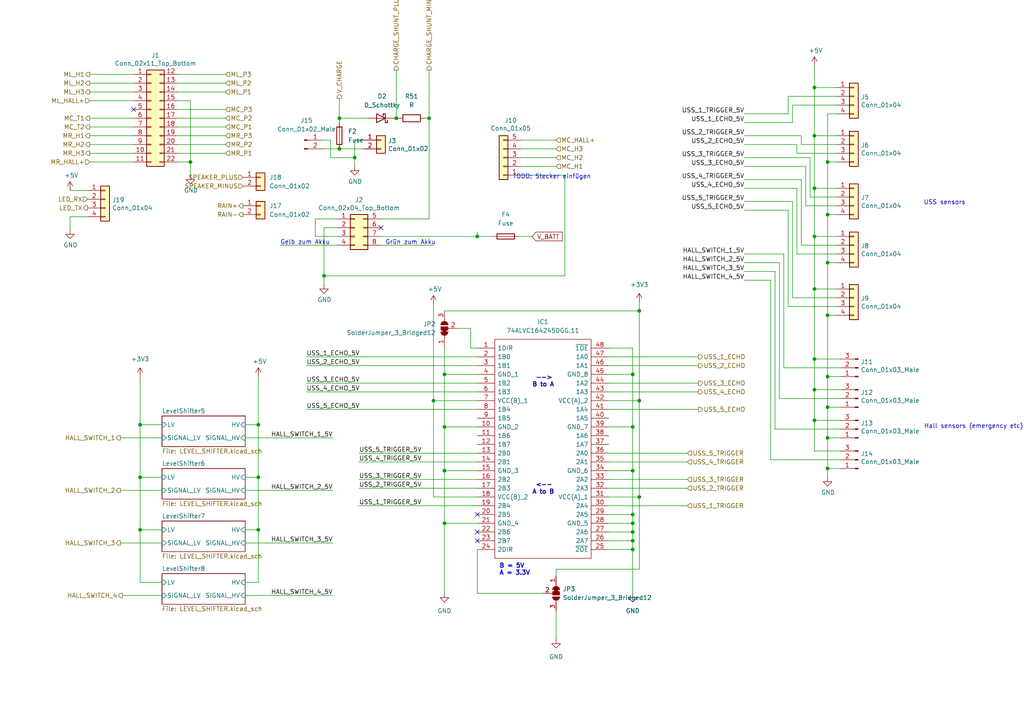
<source format=kicad_sch>
(kicad_sch (version 20211123) (generator eeschema)

  (uuid 0fb27e11-fde6-4a25-adbb-e9684771b369)

  (paper "A4")

  (lib_symbols
    (symbol "74ALVC164245DGG_11:74ALVC164245DGG,11" (pin_names (offset 0.762)) (in_bom yes) (on_board yes)
      (property "Reference" "IC" (id 0) (at 34.29 7.62 0)
        (effects (font (size 1.27 1.27)) (justify left))
      )
      (property "Value" "74ALVC164245DGG,11" (id 1) (at 34.29 5.08 0)
        (effects (font (size 1.27 1.27)) (justify left))
      )
      (property "Footprint" "SOP50P810X120-48N" (id 2) (at 34.29 2.54 0)
        (effects (font (size 1.27 1.27)) (justify left) hide)
      )
      (property "Datasheet" "https://assets.nexperia.com/documents/data-sheet/74ALVC164245.pdf" (id 3) (at 34.29 0 0)
        (effects (font (size 1.27 1.27)) (justify left) hide)
      )
      (property "Description" "74ALVC164245 - 16-bit dual supply translating transceiver; 3-state@en-us" (id 4) (at 34.29 -2.54 0)
        (effects (font (size 1.27 1.27)) (justify left) hide)
      )
      (property "Height" "1.2" (id 5) (at 34.29 -5.08 0)
        (effects (font (size 1.27 1.27)) (justify left) hide)
      )
      (property "Mouser2 Part Number" "" (id 6) (at 34.29 -7.62 0)
        (effects (font (size 1.27 1.27)) (justify left) hide)
      )
      (property "Mouser2 Price/Stock" "" (id 7) (at 34.29 -10.16 0)
        (effects (font (size 1.27 1.27)) (justify left) hide)
      )
      (property "Manufacturer_Name" "Nexperia" (id 8) (at 34.29 -12.7 0)
        (effects (font (size 1.27 1.27)) (justify left) hide)
      )
      (property "Manufacturer_Part_Number" "74ALVC164245DGG,11" (id 9) (at 34.29 -15.24 0)
        (effects (font (size 1.27 1.27)) (justify left) hide)
      )
      (property "ki_description" "74ALVC164245 - 16-bit dual supply translating transceiver; 3-state@en-us" (id 10) (at 0 0 0)
        (effects (font (size 1.27 1.27)) hide)
      )
      (symbol "74ALVC164245DGG,11_0_0"
        (pin passive line (at 0 0 0) (length 5.08)
          (name "1DIR" (effects (font (size 1.27 1.27))))
          (number "1" (effects (font (size 1.27 1.27))))
        )
        (pin passive line (at 0 -22.86 0) (length 5.08)
          (name "GND_2" (effects (font (size 1.27 1.27))))
          (number "10" (effects (font (size 1.27 1.27))))
        )
        (pin passive line (at 0 -25.4 0) (length 5.08)
          (name "1B6" (effects (font (size 1.27 1.27))))
          (number "11" (effects (font (size 1.27 1.27))))
        )
        (pin passive line (at 0 -27.94 0) (length 5.08)
          (name "1B7" (effects (font (size 1.27 1.27))))
          (number "12" (effects (font (size 1.27 1.27))))
        )
        (pin passive line (at 0 -30.48 0) (length 5.08)
          (name "2B0" (effects (font (size 1.27 1.27))))
          (number "13" (effects (font (size 1.27 1.27))))
        )
        (pin passive line (at 0 -33.02 0) (length 5.08)
          (name "2B1" (effects (font (size 1.27 1.27))))
          (number "14" (effects (font (size 1.27 1.27))))
        )
        (pin passive line (at 0 -35.56 0) (length 5.08)
          (name "GND_3" (effects (font (size 1.27 1.27))))
          (number "15" (effects (font (size 1.27 1.27))))
        )
        (pin passive line (at 0 -38.1 0) (length 5.08)
          (name "2B2" (effects (font (size 1.27 1.27))))
          (number "16" (effects (font (size 1.27 1.27))))
        )
        (pin passive line (at 0 -40.64 0) (length 5.08)
          (name "2B3" (effects (font (size 1.27 1.27))))
          (number "17" (effects (font (size 1.27 1.27))))
        )
        (pin passive line (at 0 -43.18 0) (length 5.08)
          (name "VCC(B)_2" (effects (font (size 1.27 1.27))))
          (number "18" (effects (font (size 1.27 1.27))))
        )
        (pin passive line (at 0 -45.72 0) (length 5.08)
          (name "2B4" (effects (font (size 1.27 1.27))))
          (number "19" (effects (font (size 1.27 1.27))))
        )
        (pin passive line (at 0 -2.54 0) (length 5.08)
          (name "1B0" (effects (font (size 1.27 1.27))))
          (number "2" (effects (font (size 1.27 1.27))))
        )
        (pin passive line (at 0 -48.26 0) (length 5.08)
          (name "2B5" (effects (font (size 1.27 1.27))))
          (number "20" (effects (font (size 1.27 1.27))))
        )
        (pin passive line (at 0 -50.8 0) (length 5.08)
          (name "GND_4" (effects (font (size 1.27 1.27))))
          (number "21" (effects (font (size 1.27 1.27))))
        )
        (pin passive line (at 0 -53.34 0) (length 5.08)
          (name "2B6" (effects (font (size 1.27 1.27))))
          (number "22" (effects (font (size 1.27 1.27))))
        )
        (pin passive line (at 0 -55.88 0) (length 5.08)
          (name "2B7" (effects (font (size 1.27 1.27))))
          (number "23" (effects (font (size 1.27 1.27))))
        )
        (pin passive line (at 0 -58.42 0) (length 5.08)
          (name "2DIR" (effects (font (size 1.27 1.27))))
          (number "24" (effects (font (size 1.27 1.27))))
        )
        (pin passive line (at 38.1 -58.42 180) (length 5.08)
          (name "~{2OE}" (effects (font (size 1.27 1.27))))
          (number "25" (effects (font (size 1.27 1.27))))
        )
        (pin passive line (at 38.1 -55.88 180) (length 5.08)
          (name "2A7" (effects (font (size 1.27 1.27))))
          (number "26" (effects (font (size 1.27 1.27))))
        )
        (pin passive line (at 38.1 -53.34 180) (length 5.08)
          (name "2A6" (effects (font (size 1.27 1.27))))
          (number "27" (effects (font (size 1.27 1.27))))
        )
        (pin passive line (at 38.1 -50.8 180) (length 5.08)
          (name "GND_5" (effects (font (size 1.27 1.27))))
          (number "28" (effects (font (size 1.27 1.27))))
        )
        (pin passive line (at 38.1 -48.26 180) (length 5.08)
          (name "2A5" (effects (font (size 1.27 1.27))))
          (number "29" (effects (font (size 1.27 1.27))))
        )
        (pin passive line (at 0 -5.08 0) (length 5.08)
          (name "1B1" (effects (font (size 1.27 1.27))))
          (number "3" (effects (font (size 1.27 1.27))))
        )
        (pin passive line (at 38.1 -45.72 180) (length 5.08)
          (name "2A4" (effects (font (size 1.27 1.27))))
          (number "30" (effects (font (size 1.27 1.27))))
        )
        (pin passive line (at 38.1 -43.18 180) (length 5.08)
          (name "VCC(A)_1" (effects (font (size 1.27 1.27))))
          (number "31" (effects (font (size 1.27 1.27))))
        )
        (pin passive line (at 38.1 -40.64 180) (length 5.08)
          (name "2A3" (effects (font (size 1.27 1.27))))
          (number "32" (effects (font (size 1.27 1.27))))
        )
        (pin passive line (at 38.1 -38.1 180) (length 5.08)
          (name "2A2" (effects (font (size 1.27 1.27))))
          (number "33" (effects (font (size 1.27 1.27))))
        )
        (pin passive line (at 38.1 -35.56 180) (length 5.08)
          (name "GND_6" (effects (font (size 1.27 1.27))))
          (number "34" (effects (font (size 1.27 1.27))))
        )
        (pin passive line (at 38.1 -33.02 180) (length 5.08)
          (name "2A1" (effects (font (size 1.27 1.27))))
          (number "35" (effects (font (size 1.27 1.27))))
        )
        (pin passive line (at 38.1 -30.48 180) (length 5.08)
          (name "2A0" (effects (font (size 1.27 1.27))))
          (number "36" (effects (font (size 1.27 1.27))))
        )
        (pin passive line (at 38.1 -27.94 180) (length 5.08)
          (name "1A7" (effects (font (size 1.27 1.27))))
          (number "37" (effects (font (size 1.27 1.27))))
        )
        (pin passive line (at 38.1 -25.4 180) (length 5.08)
          (name "1A6" (effects (font (size 1.27 1.27))))
          (number "38" (effects (font (size 1.27 1.27))))
        )
        (pin passive line (at 38.1 -22.86 180) (length 5.08)
          (name "GND_7" (effects (font (size 1.27 1.27))))
          (number "39" (effects (font (size 1.27 1.27))))
        )
        (pin passive line (at 0 -7.62 0) (length 5.08)
          (name "GND_1" (effects (font (size 1.27 1.27))))
          (number "4" (effects (font (size 1.27 1.27))))
        )
        (pin passive line (at 38.1 -20.32 180) (length 5.08)
          (name "1A5" (effects (font (size 1.27 1.27))))
          (number "40" (effects (font (size 1.27 1.27))))
        )
        (pin passive line (at 38.1 -17.78 180) (length 5.08)
          (name "1A4" (effects (font (size 1.27 1.27))))
          (number "41" (effects (font (size 1.27 1.27))))
        )
        (pin passive line (at 38.1 -15.24 180) (length 5.08)
          (name "VCC(A)_2" (effects (font (size 1.27 1.27))))
          (number "42" (effects (font (size 1.27 1.27))))
        )
        (pin passive line (at 38.1 -12.7 180) (length 5.08)
          (name "1A3" (effects (font (size 1.27 1.27))))
          (number "43" (effects (font (size 1.27 1.27))))
        )
        (pin passive line (at 38.1 -10.16 180) (length 5.08)
          (name "1A2" (effects (font (size 1.27 1.27))))
          (number "44" (effects (font (size 1.27 1.27))))
        )
        (pin passive line (at 38.1 -7.62 180) (length 5.08)
          (name "GND_8" (effects (font (size 1.27 1.27))))
          (number "45" (effects (font (size 1.27 1.27))))
        )
        (pin passive line (at 38.1 -5.08 180) (length 5.08)
          (name "1A1" (effects (font (size 1.27 1.27))))
          (number "46" (effects (font (size 1.27 1.27))))
        )
        (pin passive line (at 38.1 -2.54 180) (length 5.08)
          (name "1A0" (effects (font (size 1.27 1.27))))
          (number "47" (effects (font (size 1.27 1.27))))
        )
        (pin passive line (at 38.1 0 180) (length 5.08)
          (name "~{1OE}" (effects (font (size 1.27 1.27))))
          (number "48" (effects (font (size 1.27 1.27))))
        )
        (pin passive line (at 0 -10.16 0) (length 5.08)
          (name "1B2" (effects (font (size 1.27 1.27))))
          (number "5" (effects (font (size 1.27 1.27))))
        )
        (pin passive line (at 0 -12.7 0) (length 5.08)
          (name "1B3" (effects (font (size 1.27 1.27))))
          (number "6" (effects (font (size 1.27 1.27))))
        )
        (pin passive line (at 0 -15.24 0) (length 5.08)
          (name "VCC(B)_1" (effects (font (size 1.27 1.27))))
          (number "7" (effects (font (size 1.27 1.27))))
        )
        (pin passive line (at 0 -17.78 0) (length 5.08)
          (name "1B4" (effects (font (size 1.27 1.27))))
          (number "8" (effects (font (size 1.27 1.27))))
        )
        (pin passive line (at 0 -20.32 0) (length 5.08)
          (name "1B5" (effects (font (size 1.27 1.27))))
          (number "9" (effects (font (size 1.27 1.27))))
        )
      )
      (symbol "74ALVC164245DGG,11_0_1"
        (polyline
          (pts
            (xy 5.08 2.54)
            (xy 33.02 2.54)
            (xy 33.02 -60.96)
            (xy 5.08 -60.96)
            (xy 5.08 2.54)
          )
          (stroke (width 0.1524) (type default) (color 0 0 0 0))
          (fill (type none))
        )
      )
    )
    (symbol "Connector:Conn_01x02_Male" (pin_names (offset 1.016) hide) (in_bom yes) (on_board yes)
      (property "Reference" "J" (id 0) (at 0 2.54 0)
        (effects (font (size 1.27 1.27)))
      )
      (property "Value" "Conn_01x02_Male" (id 1) (at 0 -5.08 0)
        (effects (font (size 1.27 1.27)))
      )
      (property "Footprint" "" (id 2) (at 0 0 0)
        (effects (font (size 1.27 1.27)) hide)
      )
      (property "Datasheet" "~" (id 3) (at 0 0 0)
        (effects (font (size 1.27 1.27)) hide)
      )
      (property "ki_keywords" "connector" (id 4) (at 0 0 0)
        (effects (font (size 1.27 1.27)) hide)
      )
      (property "ki_description" "Generic connector, single row, 01x02, script generated (kicad-library-utils/schlib/autogen/connector/)" (id 5) (at 0 0 0)
        (effects (font (size 1.27 1.27)) hide)
      )
      (property "ki_fp_filters" "Connector*:*_1x??_*" (id 6) (at 0 0 0)
        (effects (font (size 1.27 1.27)) hide)
      )
      (symbol "Conn_01x02_Male_1_1"
        (polyline
          (pts
            (xy 1.27 -2.54)
            (xy 0.8636 -2.54)
          )
          (stroke (width 0.1524) (type default) (color 0 0 0 0))
          (fill (type none))
        )
        (polyline
          (pts
            (xy 1.27 0)
            (xy 0.8636 0)
          )
          (stroke (width 0.1524) (type default) (color 0 0 0 0))
          (fill (type none))
        )
        (rectangle (start 0.8636 -2.413) (end 0 -2.667)
          (stroke (width 0.1524) (type default) (color 0 0 0 0))
          (fill (type outline))
        )
        (rectangle (start 0.8636 0.127) (end 0 -0.127)
          (stroke (width 0.1524) (type default) (color 0 0 0 0))
          (fill (type outline))
        )
        (pin passive line (at 5.08 0 180) (length 3.81)
          (name "Pin_1" (effects (font (size 1.27 1.27))))
          (number "1" (effects (font (size 1.27 1.27))))
        )
        (pin passive line (at 5.08 -2.54 180) (length 3.81)
          (name "Pin_2" (effects (font (size 1.27 1.27))))
          (number "2" (effects (font (size 1.27 1.27))))
        )
      )
    )
    (symbol "Connector:Conn_01x03_Male" (pin_names (offset 1.016) hide) (in_bom yes) (on_board yes)
      (property "Reference" "J" (id 0) (at 0 5.08 0)
        (effects (font (size 1.27 1.27)))
      )
      (property "Value" "Conn_01x03_Male" (id 1) (at 0 -5.08 0)
        (effects (font (size 1.27 1.27)))
      )
      (property "Footprint" "" (id 2) (at 0 0 0)
        (effects (font (size 1.27 1.27)) hide)
      )
      (property "Datasheet" "~" (id 3) (at 0 0 0)
        (effects (font (size 1.27 1.27)) hide)
      )
      (property "ki_keywords" "connector" (id 4) (at 0 0 0)
        (effects (font (size 1.27 1.27)) hide)
      )
      (property "ki_description" "Generic connector, single row, 01x03, script generated (kicad-library-utils/schlib/autogen/connector/)" (id 5) (at 0 0 0)
        (effects (font (size 1.27 1.27)) hide)
      )
      (property "ki_fp_filters" "Connector*:*_1x??_*" (id 6) (at 0 0 0)
        (effects (font (size 1.27 1.27)) hide)
      )
      (symbol "Conn_01x03_Male_1_1"
        (polyline
          (pts
            (xy 1.27 -2.54)
            (xy 0.8636 -2.54)
          )
          (stroke (width 0.1524) (type default) (color 0 0 0 0))
          (fill (type none))
        )
        (polyline
          (pts
            (xy 1.27 0)
            (xy 0.8636 0)
          )
          (stroke (width 0.1524) (type default) (color 0 0 0 0))
          (fill (type none))
        )
        (polyline
          (pts
            (xy 1.27 2.54)
            (xy 0.8636 2.54)
          )
          (stroke (width 0.1524) (type default) (color 0 0 0 0))
          (fill (type none))
        )
        (rectangle (start 0.8636 -2.413) (end 0 -2.667)
          (stroke (width 0.1524) (type default) (color 0 0 0 0))
          (fill (type outline))
        )
        (rectangle (start 0.8636 0.127) (end 0 -0.127)
          (stroke (width 0.1524) (type default) (color 0 0 0 0))
          (fill (type outline))
        )
        (rectangle (start 0.8636 2.667) (end 0 2.413)
          (stroke (width 0.1524) (type default) (color 0 0 0 0))
          (fill (type outline))
        )
        (pin passive line (at 5.08 2.54 180) (length 3.81)
          (name "Pin_1" (effects (font (size 1.27 1.27))))
          (number "1" (effects (font (size 1.27 1.27))))
        )
        (pin passive line (at 5.08 0 180) (length 3.81)
          (name "Pin_2" (effects (font (size 1.27 1.27))))
          (number "2" (effects (font (size 1.27 1.27))))
        )
        (pin passive line (at 5.08 -2.54 180) (length 3.81)
          (name "Pin_3" (effects (font (size 1.27 1.27))))
          (number "3" (effects (font (size 1.27 1.27))))
        )
      )
    )
    (symbol "Connector_Generic:Conn_01x02" (pin_names (offset 1.016) hide) (in_bom yes) (on_board yes)
      (property "Reference" "J" (id 0) (at 0 2.54 0)
        (effects (font (size 1.27 1.27)))
      )
      (property "Value" "Conn_01x02" (id 1) (at 0 -5.08 0)
        (effects (font (size 1.27 1.27)))
      )
      (property "Footprint" "" (id 2) (at 0 0 0)
        (effects (font (size 1.27 1.27)) hide)
      )
      (property "Datasheet" "~" (id 3) (at 0 0 0)
        (effects (font (size 1.27 1.27)) hide)
      )
      (property "ki_keywords" "connector" (id 4) (at 0 0 0)
        (effects (font (size 1.27 1.27)) hide)
      )
      (property "ki_description" "Generic connector, single row, 01x02, script generated (kicad-library-utils/schlib/autogen/connector/)" (id 5) (at 0 0 0)
        (effects (font (size 1.27 1.27)) hide)
      )
      (property "ki_fp_filters" "Connector*:*_1x??_*" (id 6) (at 0 0 0)
        (effects (font (size 1.27 1.27)) hide)
      )
      (symbol "Conn_01x02_1_1"
        (rectangle (start -1.27 -2.413) (end 0 -2.667)
          (stroke (width 0.1524) (type default) (color 0 0 0 0))
          (fill (type none))
        )
        (rectangle (start -1.27 0.127) (end 0 -0.127)
          (stroke (width 0.1524) (type default) (color 0 0 0 0))
          (fill (type none))
        )
        (rectangle (start -1.27 1.27) (end 1.27 -3.81)
          (stroke (width 0.254) (type default) (color 0 0 0 0))
          (fill (type background))
        )
        (pin passive line (at -5.08 0 0) (length 3.81)
          (name "Pin_1" (effects (font (size 1.27 1.27))))
          (number "1" (effects (font (size 1.27 1.27))))
        )
        (pin passive line (at -5.08 -2.54 0) (length 3.81)
          (name "Pin_2" (effects (font (size 1.27 1.27))))
          (number "2" (effects (font (size 1.27 1.27))))
        )
      )
    )
    (symbol "Connector_Generic:Conn_01x04" (pin_names (offset 1.016) hide) (in_bom yes) (on_board yes)
      (property "Reference" "J" (id 0) (at 0 5.08 0)
        (effects (font (size 1.27 1.27)))
      )
      (property "Value" "Conn_01x04" (id 1) (at 0 -7.62 0)
        (effects (font (size 1.27 1.27)))
      )
      (property "Footprint" "" (id 2) (at 0 0 0)
        (effects (font (size 1.27 1.27)) hide)
      )
      (property "Datasheet" "~" (id 3) (at 0 0 0)
        (effects (font (size 1.27 1.27)) hide)
      )
      (property "ki_keywords" "connector" (id 4) (at 0 0 0)
        (effects (font (size 1.27 1.27)) hide)
      )
      (property "ki_description" "Generic connector, single row, 01x04, script generated (kicad-library-utils/schlib/autogen/connector/)" (id 5) (at 0 0 0)
        (effects (font (size 1.27 1.27)) hide)
      )
      (property "ki_fp_filters" "Connector*:*_1x??_*" (id 6) (at 0 0 0)
        (effects (font (size 1.27 1.27)) hide)
      )
      (symbol "Conn_01x04_1_1"
        (rectangle (start -1.27 -4.953) (end 0 -5.207)
          (stroke (width 0.1524) (type default) (color 0 0 0 0))
          (fill (type none))
        )
        (rectangle (start -1.27 -2.413) (end 0 -2.667)
          (stroke (width 0.1524) (type default) (color 0 0 0 0))
          (fill (type none))
        )
        (rectangle (start -1.27 0.127) (end 0 -0.127)
          (stroke (width 0.1524) (type default) (color 0 0 0 0))
          (fill (type none))
        )
        (rectangle (start -1.27 2.667) (end 0 2.413)
          (stroke (width 0.1524) (type default) (color 0 0 0 0))
          (fill (type none))
        )
        (rectangle (start -1.27 3.81) (end 1.27 -6.35)
          (stroke (width 0.254) (type default) (color 0 0 0 0))
          (fill (type background))
        )
        (pin passive line (at -5.08 2.54 0) (length 3.81)
          (name "Pin_1" (effects (font (size 1.27 1.27))))
          (number "1" (effects (font (size 1.27 1.27))))
        )
        (pin passive line (at -5.08 0 0) (length 3.81)
          (name "Pin_2" (effects (font (size 1.27 1.27))))
          (number "2" (effects (font (size 1.27 1.27))))
        )
        (pin passive line (at -5.08 -2.54 0) (length 3.81)
          (name "Pin_3" (effects (font (size 1.27 1.27))))
          (number "3" (effects (font (size 1.27 1.27))))
        )
        (pin passive line (at -5.08 -5.08 0) (length 3.81)
          (name "Pin_4" (effects (font (size 1.27 1.27))))
          (number "4" (effects (font (size 1.27 1.27))))
        )
      )
    )
    (symbol "Connector_Generic:Conn_01x05" (pin_names (offset 1.016) hide) (in_bom yes) (on_board yes)
      (property "Reference" "J" (id 0) (at 0 7.62 0)
        (effects (font (size 1.27 1.27)))
      )
      (property "Value" "Conn_01x05" (id 1) (at 0 -7.62 0)
        (effects (font (size 1.27 1.27)))
      )
      (property "Footprint" "" (id 2) (at 0 0 0)
        (effects (font (size 1.27 1.27)) hide)
      )
      (property "Datasheet" "~" (id 3) (at 0 0 0)
        (effects (font (size 1.27 1.27)) hide)
      )
      (property "ki_keywords" "connector" (id 4) (at 0 0 0)
        (effects (font (size 1.27 1.27)) hide)
      )
      (property "ki_description" "Generic connector, single row, 01x05, script generated (kicad-library-utils/schlib/autogen/connector/)" (id 5) (at 0 0 0)
        (effects (font (size 1.27 1.27)) hide)
      )
      (property "ki_fp_filters" "Connector*:*_1x??_*" (id 6) (at 0 0 0)
        (effects (font (size 1.27 1.27)) hide)
      )
      (symbol "Conn_01x05_1_1"
        (rectangle (start -1.27 -4.953) (end 0 -5.207)
          (stroke (width 0.1524) (type default) (color 0 0 0 0))
          (fill (type none))
        )
        (rectangle (start -1.27 -2.413) (end 0 -2.667)
          (stroke (width 0.1524) (type default) (color 0 0 0 0))
          (fill (type none))
        )
        (rectangle (start -1.27 0.127) (end 0 -0.127)
          (stroke (width 0.1524) (type default) (color 0 0 0 0))
          (fill (type none))
        )
        (rectangle (start -1.27 2.667) (end 0 2.413)
          (stroke (width 0.1524) (type default) (color 0 0 0 0))
          (fill (type none))
        )
        (rectangle (start -1.27 5.207) (end 0 4.953)
          (stroke (width 0.1524) (type default) (color 0 0 0 0))
          (fill (type none))
        )
        (rectangle (start -1.27 6.35) (end 1.27 -6.35)
          (stroke (width 0.254) (type default) (color 0 0 0 0))
          (fill (type background))
        )
        (pin passive line (at -5.08 5.08 0) (length 3.81)
          (name "Pin_1" (effects (font (size 1.27 1.27))))
          (number "1" (effects (font (size 1.27 1.27))))
        )
        (pin passive line (at -5.08 2.54 0) (length 3.81)
          (name "Pin_2" (effects (font (size 1.27 1.27))))
          (number "2" (effects (font (size 1.27 1.27))))
        )
        (pin passive line (at -5.08 0 0) (length 3.81)
          (name "Pin_3" (effects (font (size 1.27 1.27))))
          (number "3" (effects (font (size 1.27 1.27))))
        )
        (pin passive line (at -5.08 -2.54 0) (length 3.81)
          (name "Pin_4" (effects (font (size 1.27 1.27))))
          (number "4" (effects (font (size 1.27 1.27))))
        )
        (pin passive line (at -5.08 -5.08 0) (length 3.81)
          (name "Pin_5" (effects (font (size 1.27 1.27))))
          (number "5" (effects (font (size 1.27 1.27))))
        )
      )
    )
    (symbol "Connector_Generic:Conn_02x04_Top_Bottom" (pin_names (offset 1.016) hide) (in_bom yes) (on_board yes)
      (property "Reference" "J" (id 0) (at 1.27 5.08 0)
        (effects (font (size 1.27 1.27)))
      )
      (property "Value" "Conn_02x04_Top_Bottom" (id 1) (at 1.27 -7.62 0)
        (effects (font (size 1.27 1.27)))
      )
      (property "Footprint" "" (id 2) (at 0 0 0)
        (effects (font (size 1.27 1.27)) hide)
      )
      (property "Datasheet" "~" (id 3) (at 0 0 0)
        (effects (font (size 1.27 1.27)) hide)
      )
      (property "ki_keywords" "connector" (id 4) (at 0 0 0)
        (effects (font (size 1.27 1.27)) hide)
      )
      (property "ki_description" "Generic connector, double row, 02x04, top/bottom pin numbering scheme (row 1: 1...pins_per_row, row2: pins_per_row+1 ... num_pins), script generated (kicad-library-utils/schlib/autogen/connector/)" (id 5) (at 0 0 0)
        (effects (font (size 1.27 1.27)) hide)
      )
      (property "ki_fp_filters" "Connector*:*_2x??_*" (id 6) (at 0 0 0)
        (effects (font (size 1.27 1.27)) hide)
      )
      (symbol "Conn_02x04_Top_Bottom_1_1"
        (rectangle (start -1.27 -4.953) (end 0 -5.207)
          (stroke (width 0.1524) (type default) (color 0 0 0 0))
          (fill (type none))
        )
        (rectangle (start -1.27 -2.413) (end 0 -2.667)
          (stroke (width 0.1524) (type default) (color 0 0 0 0))
          (fill (type none))
        )
        (rectangle (start -1.27 0.127) (end 0 -0.127)
          (stroke (width 0.1524) (type default) (color 0 0 0 0))
          (fill (type none))
        )
        (rectangle (start -1.27 2.667) (end 0 2.413)
          (stroke (width 0.1524) (type default) (color 0 0 0 0))
          (fill (type none))
        )
        (rectangle (start -1.27 3.81) (end 3.81 -6.35)
          (stroke (width 0.254) (type default) (color 0 0 0 0))
          (fill (type background))
        )
        (rectangle (start 3.81 -4.953) (end 2.54 -5.207)
          (stroke (width 0.1524) (type default) (color 0 0 0 0))
          (fill (type none))
        )
        (rectangle (start 3.81 -2.413) (end 2.54 -2.667)
          (stroke (width 0.1524) (type default) (color 0 0 0 0))
          (fill (type none))
        )
        (rectangle (start 3.81 0.127) (end 2.54 -0.127)
          (stroke (width 0.1524) (type default) (color 0 0 0 0))
          (fill (type none))
        )
        (rectangle (start 3.81 2.667) (end 2.54 2.413)
          (stroke (width 0.1524) (type default) (color 0 0 0 0))
          (fill (type none))
        )
        (pin passive line (at -5.08 2.54 0) (length 3.81)
          (name "Pin_1" (effects (font (size 1.27 1.27))))
          (number "1" (effects (font (size 1.27 1.27))))
        )
        (pin passive line (at -5.08 0 0) (length 3.81)
          (name "Pin_2" (effects (font (size 1.27 1.27))))
          (number "2" (effects (font (size 1.27 1.27))))
        )
        (pin passive line (at -5.08 -2.54 0) (length 3.81)
          (name "Pin_3" (effects (font (size 1.27 1.27))))
          (number "3" (effects (font (size 1.27 1.27))))
        )
        (pin passive line (at -5.08 -5.08 0) (length 3.81)
          (name "Pin_4" (effects (font (size 1.27 1.27))))
          (number "4" (effects (font (size 1.27 1.27))))
        )
        (pin passive line (at 7.62 2.54 180) (length 3.81)
          (name "Pin_5" (effects (font (size 1.27 1.27))))
          (number "5" (effects (font (size 1.27 1.27))))
        )
        (pin passive line (at 7.62 0 180) (length 3.81)
          (name "Pin_6" (effects (font (size 1.27 1.27))))
          (number "6" (effects (font (size 1.27 1.27))))
        )
        (pin passive line (at 7.62 -2.54 180) (length 3.81)
          (name "Pin_7" (effects (font (size 1.27 1.27))))
          (number "7" (effects (font (size 1.27 1.27))))
        )
        (pin passive line (at 7.62 -5.08 180) (length 3.81)
          (name "Pin_8" (effects (font (size 1.27 1.27))))
          (number "8" (effects (font (size 1.27 1.27))))
        )
      )
    )
    (symbol "Connector_Generic:Conn_02x11_Top_Bottom" (pin_names (offset 1.016) hide) (in_bom yes) (on_board yes)
      (property "Reference" "J" (id 0) (at 1.27 15.24 0)
        (effects (font (size 1.27 1.27)))
      )
      (property "Value" "Conn_02x11_Top_Bottom" (id 1) (at 1.27 -15.24 0)
        (effects (font (size 1.27 1.27)))
      )
      (property "Footprint" "" (id 2) (at 0 0 0)
        (effects (font (size 1.27 1.27)) hide)
      )
      (property "Datasheet" "~" (id 3) (at 0 0 0)
        (effects (font (size 1.27 1.27)) hide)
      )
      (property "ki_keywords" "connector" (id 4) (at 0 0 0)
        (effects (font (size 1.27 1.27)) hide)
      )
      (property "ki_description" "Generic connector, double row, 02x11, top/bottom pin numbering scheme (row 1: 1...pins_per_row, row2: pins_per_row+1 ... num_pins), script generated (kicad-library-utils/schlib/autogen/connector/)" (id 5) (at 0 0 0)
        (effects (font (size 1.27 1.27)) hide)
      )
      (property "ki_fp_filters" "Connector*:*_2x??_*" (id 6) (at 0 0 0)
        (effects (font (size 1.27 1.27)) hide)
      )
      (symbol "Conn_02x11_Top_Bottom_1_1"
        (rectangle (start -1.27 -12.573) (end 0 -12.827)
          (stroke (width 0.1524) (type default) (color 0 0 0 0))
          (fill (type none))
        )
        (rectangle (start -1.27 -10.033) (end 0 -10.287)
          (stroke (width 0.1524) (type default) (color 0 0 0 0))
          (fill (type none))
        )
        (rectangle (start -1.27 -7.493) (end 0 -7.747)
          (stroke (width 0.1524) (type default) (color 0 0 0 0))
          (fill (type none))
        )
        (rectangle (start -1.27 -4.953) (end 0 -5.207)
          (stroke (width 0.1524) (type default) (color 0 0 0 0))
          (fill (type none))
        )
        (rectangle (start -1.27 -2.413) (end 0 -2.667)
          (stroke (width 0.1524) (type default) (color 0 0 0 0))
          (fill (type none))
        )
        (rectangle (start -1.27 0.127) (end 0 -0.127)
          (stroke (width 0.1524) (type default) (color 0 0 0 0))
          (fill (type none))
        )
        (rectangle (start -1.27 2.667) (end 0 2.413)
          (stroke (width 0.1524) (type default) (color 0 0 0 0))
          (fill (type none))
        )
        (rectangle (start -1.27 5.207) (end 0 4.953)
          (stroke (width 0.1524) (type default) (color 0 0 0 0))
          (fill (type none))
        )
        (rectangle (start -1.27 7.747) (end 0 7.493)
          (stroke (width 0.1524) (type default) (color 0 0 0 0))
          (fill (type none))
        )
        (rectangle (start -1.27 10.287) (end 0 10.033)
          (stroke (width 0.1524) (type default) (color 0 0 0 0))
          (fill (type none))
        )
        (rectangle (start -1.27 12.827) (end 0 12.573)
          (stroke (width 0.1524) (type default) (color 0 0 0 0))
          (fill (type none))
        )
        (rectangle (start -1.27 13.97) (end 3.81 -13.97)
          (stroke (width 0.254) (type default) (color 0 0 0 0))
          (fill (type background))
        )
        (rectangle (start 3.81 -12.573) (end 2.54 -12.827)
          (stroke (width 0.1524) (type default) (color 0 0 0 0))
          (fill (type none))
        )
        (rectangle (start 3.81 -10.033) (end 2.54 -10.287)
          (stroke (width 0.1524) (type default) (color 0 0 0 0))
          (fill (type none))
        )
        (rectangle (start 3.81 -7.493) (end 2.54 -7.747)
          (stroke (width 0.1524) (type default) (color 0 0 0 0))
          (fill (type none))
        )
        (rectangle (start 3.81 -4.953) (end 2.54 -5.207)
          (stroke (width 0.1524) (type default) (color 0 0 0 0))
          (fill (type none))
        )
        (rectangle (start 3.81 -2.413) (end 2.54 -2.667)
          (stroke (width 0.1524) (type default) (color 0 0 0 0))
          (fill (type none))
        )
        (rectangle (start 3.81 0.127) (end 2.54 -0.127)
          (stroke (width 0.1524) (type default) (color 0 0 0 0))
          (fill (type none))
        )
        (rectangle (start 3.81 2.667) (end 2.54 2.413)
          (stroke (width 0.1524) (type default) (color 0 0 0 0))
          (fill (type none))
        )
        (rectangle (start 3.81 5.207) (end 2.54 4.953)
          (stroke (width 0.1524) (type default) (color 0 0 0 0))
          (fill (type none))
        )
        (rectangle (start 3.81 7.747) (end 2.54 7.493)
          (stroke (width 0.1524) (type default) (color 0 0 0 0))
          (fill (type none))
        )
        (rectangle (start 3.81 10.287) (end 2.54 10.033)
          (stroke (width 0.1524) (type default) (color 0 0 0 0))
          (fill (type none))
        )
        (rectangle (start 3.81 12.827) (end 2.54 12.573)
          (stroke (width 0.1524) (type default) (color 0 0 0 0))
          (fill (type none))
        )
        (pin passive line (at -5.08 12.7 0) (length 3.81)
          (name "Pin_1" (effects (font (size 1.27 1.27))))
          (number "1" (effects (font (size 1.27 1.27))))
        )
        (pin passive line (at -5.08 -10.16 0) (length 3.81)
          (name "Pin_10" (effects (font (size 1.27 1.27))))
          (number "10" (effects (font (size 1.27 1.27))))
        )
        (pin passive line (at -5.08 -12.7 0) (length 3.81)
          (name "Pin_11" (effects (font (size 1.27 1.27))))
          (number "11" (effects (font (size 1.27 1.27))))
        )
        (pin passive line (at 7.62 12.7 180) (length 3.81)
          (name "Pin_12" (effects (font (size 1.27 1.27))))
          (number "12" (effects (font (size 1.27 1.27))))
        )
        (pin passive line (at 7.62 10.16 180) (length 3.81)
          (name "Pin_13" (effects (font (size 1.27 1.27))))
          (number "13" (effects (font (size 1.27 1.27))))
        )
        (pin passive line (at 7.62 7.62 180) (length 3.81)
          (name "Pin_14" (effects (font (size 1.27 1.27))))
          (number "14" (effects (font (size 1.27 1.27))))
        )
        (pin passive line (at 7.62 5.08 180) (length 3.81)
          (name "Pin_15" (effects (font (size 1.27 1.27))))
          (number "15" (effects (font (size 1.27 1.27))))
        )
        (pin passive line (at 7.62 2.54 180) (length 3.81)
          (name "Pin_16" (effects (font (size 1.27 1.27))))
          (number "16" (effects (font (size 1.27 1.27))))
        )
        (pin passive line (at 7.62 0 180) (length 3.81)
          (name "Pin_17" (effects (font (size 1.27 1.27))))
          (number "17" (effects (font (size 1.27 1.27))))
        )
        (pin passive line (at 7.62 -2.54 180) (length 3.81)
          (name "Pin_18" (effects (font (size 1.27 1.27))))
          (number "18" (effects (font (size 1.27 1.27))))
        )
        (pin passive line (at 7.62 -5.08 180) (length 3.81)
          (name "Pin_19" (effects (font (size 1.27 1.27))))
          (number "19" (effects (font (size 1.27 1.27))))
        )
        (pin passive line (at -5.08 10.16 0) (length 3.81)
          (name "Pin_2" (effects (font (size 1.27 1.27))))
          (number "2" (effects (font (size 1.27 1.27))))
        )
        (pin passive line (at 7.62 -7.62 180) (length 3.81)
          (name "Pin_20" (effects (font (size 1.27 1.27))))
          (number "20" (effects (font (size 1.27 1.27))))
        )
        (pin passive line (at 7.62 -10.16 180) (length 3.81)
          (name "Pin_21" (effects (font (size 1.27 1.27))))
          (number "21" (effects (font (size 1.27 1.27))))
        )
        (pin passive line (at 7.62 -12.7 180) (length 3.81)
          (name "Pin_22" (effects (font (size 1.27 1.27))))
          (number "22" (effects (font (size 1.27 1.27))))
        )
        (pin passive line (at -5.08 7.62 0) (length 3.81)
          (name "Pin_3" (effects (font (size 1.27 1.27))))
          (number "3" (effects (font (size 1.27 1.27))))
        )
        (pin passive line (at -5.08 5.08 0) (length 3.81)
          (name "Pin_4" (effects (font (size 1.27 1.27))))
          (number "4" (effects (font (size 1.27 1.27))))
        )
        (pin passive line (at -5.08 2.54 0) (length 3.81)
          (name "Pin_5" (effects (font (size 1.27 1.27))))
          (number "5" (effects (font (size 1.27 1.27))))
        )
        (pin passive line (at -5.08 0 0) (length 3.81)
          (name "Pin_6" (effects (font (size 1.27 1.27))))
          (number "6" (effects (font (size 1.27 1.27))))
        )
        (pin passive line (at -5.08 -2.54 0) (length 3.81)
          (name "Pin_7" (effects (font (size 1.27 1.27))))
          (number "7" (effects (font (size 1.27 1.27))))
        )
        (pin passive line (at -5.08 -5.08 0) (length 3.81)
          (name "Pin_8" (effects (font (size 1.27 1.27))))
          (number "8" (effects (font (size 1.27 1.27))))
        )
        (pin passive line (at -5.08 -7.62 0) (length 3.81)
          (name "Pin_9" (effects (font (size 1.27 1.27))))
          (number "9" (effects (font (size 1.27 1.27))))
        )
      )
    )
    (symbol "Device:D_Schottky" (pin_numbers hide) (pin_names (offset 1.016) hide) (in_bom yes) (on_board yes)
      (property "Reference" "D" (id 0) (at 0 2.54 0)
        (effects (font (size 1.27 1.27)))
      )
      (property "Value" "D_Schottky" (id 1) (at 0 -2.54 0)
        (effects (font (size 1.27 1.27)))
      )
      (property "Footprint" "" (id 2) (at 0 0 0)
        (effects (font (size 1.27 1.27)) hide)
      )
      (property "Datasheet" "~" (id 3) (at 0 0 0)
        (effects (font (size 1.27 1.27)) hide)
      )
      (property "ki_keywords" "diode Schottky" (id 4) (at 0 0 0)
        (effects (font (size 1.27 1.27)) hide)
      )
      (property "ki_description" "Schottky diode" (id 5) (at 0 0 0)
        (effects (font (size 1.27 1.27)) hide)
      )
      (property "ki_fp_filters" "TO-???* *_Diode_* *SingleDiode* D_*" (id 6) (at 0 0 0)
        (effects (font (size 1.27 1.27)) hide)
      )
      (symbol "D_Schottky_0_1"
        (polyline
          (pts
            (xy 1.27 0)
            (xy -1.27 0)
          )
          (stroke (width 0) (type default) (color 0 0 0 0))
          (fill (type none))
        )
        (polyline
          (pts
            (xy 1.27 1.27)
            (xy 1.27 -1.27)
            (xy -1.27 0)
            (xy 1.27 1.27)
          )
          (stroke (width 0.254) (type default) (color 0 0 0 0))
          (fill (type none))
        )
        (polyline
          (pts
            (xy -1.905 0.635)
            (xy -1.905 1.27)
            (xy -1.27 1.27)
            (xy -1.27 -1.27)
            (xy -0.635 -1.27)
            (xy -0.635 -0.635)
          )
          (stroke (width 0.254) (type default) (color 0 0 0 0))
          (fill (type none))
        )
      )
      (symbol "D_Schottky_1_1"
        (pin passive line (at -3.81 0 0) (length 2.54)
          (name "K" (effects (font (size 1.27 1.27))))
          (number "1" (effects (font (size 1.27 1.27))))
        )
        (pin passive line (at 3.81 0 180) (length 2.54)
          (name "A" (effects (font (size 1.27 1.27))))
          (number "2" (effects (font (size 1.27 1.27))))
        )
      )
    )
    (symbol "Device:Fuse" (pin_numbers hide) (pin_names (offset 0)) (in_bom yes) (on_board yes)
      (property "Reference" "F" (id 0) (at 2.032 0 90)
        (effects (font (size 1.27 1.27)))
      )
      (property "Value" "Fuse" (id 1) (at -1.905 0 90)
        (effects (font (size 1.27 1.27)))
      )
      (property "Footprint" "" (id 2) (at -1.778 0 90)
        (effects (font (size 1.27 1.27)) hide)
      )
      (property "Datasheet" "~" (id 3) (at 0 0 0)
        (effects (font (size 1.27 1.27)) hide)
      )
      (property "ki_keywords" "fuse" (id 4) (at 0 0 0)
        (effects (font (size 1.27 1.27)) hide)
      )
      (property "ki_description" "Fuse" (id 5) (at 0 0 0)
        (effects (font (size 1.27 1.27)) hide)
      )
      (property "ki_fp_filters" "*Fuse*" (id 6) (at 0 0 0)
        (effects (font (size 1.27 1.27)) hide)
      )
      (symbol "Fuse_0_1"
        (rectangle (start -0.762 -2.54) (end 0.762 2.54)
          (stroke (width 0.254) (type default) (color 0 0 0 0))
          (fill (type none))
        )
        (polyline
          (pts
            (xy 0 2.54)
            (xy 0 -2.54)
          )
          (stroke (width 0) (type default) (color 0 0 0 0))
          (fill (type none))
        )
      )
      (symbol "Fuse_1_1"
        (pin passive line (at 0 3.81 270) (length 1.27)
          (name "~" (effects (font (size 1.27 1.27))))
          (number "1" (effects (font (size 1.27 1.27))))
        )
        (pin passive line (at 0 -3.81 90) (length 1.27)
          (name "~" (effects (font (size 1.27 1.27))))
          (number "2" (effects (font (size 1.27 1.27))))
        )
      )
    )
    (symbol "Device:R" (pin_numbers hide) (pin_names (offset 0)) (in_bom yes) (on_board yes)
      (property "Reference" "R" (id 0) (at 2.032 0 90)
        (effects (font (size 1.27 1.27)))
      )
      (property "Value" "R" (id 1) (at 0 0 90)
        (effects (font (size 1.27 1.27)))
      )
      (property "Footprint" "" (id 2) (at -1.778 0 90)
        (effects (font (size 1.27 1.27)) hide)
      )
      (property "Datasheet" "~" (id 3) (at 0 0 0)
        (effects (font (size 1.27 1.27)) hide)
      )
      (property "ki_keywords" "R res resistor" (id 4) (at 0 0 0)
        (effects (font (size 1.27 1.27)) hide)
      )
      (property "ki_description" "Resistor" (id 5) (at 0 0 0)
        (effects (font (size 1.27 1.27)) hide)
      )
      (property "ki_fp_filters" "R_*" (id 6) (at 0 0 0)
        (effects (font (size 1.27 1.27)) hide)
      )
      (symbol "R_0_1"
        (rectangle (start -1.016 -2.54) (end 1.016 2.54)
          (stroke (width 0.254) (type default) (color 0 0 0 0))
          (fill (type none))
        )
      )
      (symbol "R_1_1"
        (pin passive line (at 0 3.81 270) (length 1.27)
          (name "~" (effects (font (size 1.27 1.27))))
          (number "1" (effects (font (size 1.27 1.27))))
        )
        (pin passive line (at 0 -3.81 90) (length 1.27)
          (name "~" (effects (font (size 1.27 1.27))))
          (number "2" (effects (font (size 1.27 1.27))))
        )
      )
    )
    (symbol "Jumper:SolderJumper_3_Bridged12" (pin_names (offset 0) hide) (in_bom yes) (on_board yes)
      (property "Reference" "JP" (id 0) (at -2.54 -2.54 0)
        (effects (font (size 1.27 1.27)))
      )
      (property "Value" "SolderJumper_3_Bridged12" (id 1) (at 0 2.794 0)
        (effects (font (size 1.27 1.27)))
      )
      (property "Footprint" "" (id 2) (at 0 0 0)
        (effects (font (size 1.27 1.27)) hide)
      )
      (property "Datasheet" "~" (id 3) (at 0 0 0)
        (effects (font (size 1.27 1.27)) hide)
      )
      (property "ki_keywords" "Solder Jumper SPDT" (id 4) (at 0 0 0)
        (effects (font (size 1.27 1.27)) hide)
      )
      (property "ki_description" "3-pole Solder Jumper, pins 1+2 closed/bridged" (id 5) (at 0 0 0)
        (effects (font (size 1.27 1.27)) hide)
      )
      (property "ki_fp_filters" "SolderJumper*Bridged12*" (id 6) (at 0 0 0)
        (effects (font (size 1.27 1.27)) hide)
      )
      (symbol "SolderJumper_3_Bridged12_0_1"
        (rectangle (start -1.016 0.508) (end -0.508 -0.508)
          (stroke (width 0) (type default) (color 0 0 0 0))
          (fill (type outline))
        )
        (arc (start -1.016 1.016) (mid -2.032 0) (end -1.016 -1.016)
          (stroke (width 0) (type default) (color 0 0 0 0))
          (fill (type none))
        )
        (arc (start -1.016 1.016) (mid -2.032 0) (end -1.016 -1.016)
          (stroke (width 0) (type default) (color 0 0 0 0))
          (fill (type outline))
        )
        (rectangle (start -0.508 1.016) (end 0.508 -1.016)
          (stroke (width 0) (type default) (color 0 0 0 0))
          (fill (type outline))
        )
        (polyline
          (pts
            (xy -2.54 0)
            (xy -2.032 0)
          )
          (stroke (width 0) (type default) (color 0 0 0 0))
          (fill (type none))
        )
        (polyline
          (pts
            (xy -1.016 1.016)
            (xy -1.016 -1.016)
          )
          (stroke (width 0) (type default) (color 0 0 0 0))
          (fill (type none))
        )
        (polyline
          (pts
            (xy 0 -1.27)
            (xy 0 -1.016)
          )
          (stroke (width 0) (type default) (color 0 0 0 0))
          (fill (type none))
        )
        (polyline
          (pts
            (xy 1.016 1.016)
            (xy 1.016 -1.016)
          )
          (stroke (width 0) (type default) (color 0 0 0 0))
          (fill (type none))
        )
        (polyline
          (pts
            (xy 2.54 0)
            (xy 2.032 0)
          )
          (stroke (width 0) (type default) (color 0 0 0 0))
          (fill (type none))
        )
        (arc (start 1.016 -1.016) (mid 2.032 0) (end 1.016 1.016)
          (stroke (width 0) (type default) (color 0 0 0 0))
          (fill (type none))
        )
        (arc (start 1.016 -1.016) (mid 2.032 0) (end 1.016 1.016)
          (stroke (width 0) (type default) (color 0 0 0 0))
          (fill (type outline))
        )
      )
      (symbol "SolderJumper_3_Bridged12_1_1"
        (pin passive line (at -5.08 0 0) (length 2.54)
          (name "A" (effects (font (size 1.27 1.27))))
          (number "1" (effects (font (size 1.27 1.27))))
        )
        (pin input line (at 0 -3.81 90) (length 2.54)
          (name "C" (effects (font (size 1.27 1.27))))
          (number "2" (effects (font (size 1.27 1.27))))
        )
        (pin passive line (at 5.08 0 180) (length 2.54)
          (name "B" (effects (font (size 1.27 1.27))))
          (number "3" (effects (font (size 1.27 1.27))))
        )
      )
    )
    (symbol "power:+3.3V" (power) (pin_names (offset 0)) (in_bom yes) (on_board yes)
      (property "Reference" "#PWR" (id 0) (at 0 -3.81 0)
        (effects (font (size 1.27 1.27)) hide)
      )
      (property "Value" "+3.3V" (id 1) (at 0 3.556 0)
        (effects (font (size 1.27 1.27)))
      )
      (property "Footprint" "" (id 2) (at 0 0 0)
        (effects (font (size 1.27 1.27)) hide)
      )
      (property "Datasheet" "" (id 3) (at 0 0 0)
        (effects (font (size 1.27 1.27)) hide)
      )
      (property "ki_keywords" "power-flag" (id 4) (at 0 0 0)
        (effects (font (size 1.27 1.27)) hide)
      )
      (property "ki_description" "Power symbol creates a global label with name \"+3.3V\"" (id 5) (at 0 0 0)
        (effects (font (size 1.27 1.27)) hide)
      )
      (symbol "+3.3V_0_1"
        (polyline
          (pts
            (xy -0.762 1.27)
            (xy 0 2.54)
          )
          (stroke (width 0) (type default) (color 0 0 0 0))
          (fill (type none))
        )
        (polyline
          (pts
            (xy 0 0)
            (xy 0 2.54)
          )
          (stroke (width 0) (type default) (color 0 0 0 0))
          (fill (type none))
        )
        (polyline
          (pts
            (xy 0 2.54)
            (xy 0.762 1.27)
          )
          (stroke (width 0) (type default) (color 0 0 0 0))
          (fill (type none))
        )
      )
      (symbol "+3.3V_1_1"
        (pin power_in line (at 0 0 90) (length 0) hide
          (name "+3V3" (effects (font (size 1.27 1.27))))
          (number "1" (effects (font (size 1.27 1.27))))
        )
      )
    )
    (symbol "power:+5V" (power) (pin_names (offset 0)) (in_bom yes) (on_board yes)
      (property "Reference" "#PWR" (id 0) (at 0 -3.81 0)
        (effects (font (size 1.27 1.27)) hide)
      )
      (property "Value" "+5V" (id 1) (at 0 3.556 0)
        (effects (font (size 1.27 1.27)))
      )
      (property "Footprint" "" (id 2) (at 0 0 0)
        (effects (font (size 1.27 1.27)) hide)
      )
      (property "Datasheet" "" (id 3) (at 0 0 0)
        (effects (font (size 1.27 1.27)) hide)
      )
      (property "ki_keywords" "power-flag" (id 4) (at 0 0 0)
        (effects (font (size 1.27 1.27)) hide)
      )
      (property "ki_description" "Power symbol creates a global label with name \"+5V\"" (id 5) (at 0 0 0)
        (effects (font (size 1.27 1.27)) hide)
      )
      (symbol "+5V_0_1"
        (polyline
          (pts
            (xy -0.762 1.27)
            (xy 0 2.54)
          )
          (stroke (width 0) (type default) (color 0 0 0 0))
          (fill (type none))
        )
        (polyline
          (pts
            (xy 0 0)
            (xy 0 2.54)
          )
          (stroke (width 0) (type default) (color 0 0 0 0))
          (fill (type none))
        )
        (polyline
          (pts
            (xy 0 2.54)
            (xy 0.762 1.27)
          )
          (stroke (width 0) (type default) (color 0 0 0 0))
          (fill (type none))
        )
      )
      (symbol "+5V_1_1"
        (pin power_in line (at 0 0 90) (length 0) hide
          (name "+5V" (effects (font (size 1.27 1.27))))
          (number "1" (effects (font (size 1.27 1.27))))
        )
      )
    )
    (symbol "power:GND" (power) (pin_names (offset 0)) (in_bom yes) (on_board yes)
      (property "Reference" "#PWR" (id 0) (at 0 -6.35 0)
        (effects (font (size 1.27 1.27)) hide)
      )
      (property "Value" "GND" (id 1) (at 0 -3.81 0)
        (effects (font (size 1.27 1.27)))
      )
      (property "Footprint" "" (id 2) (at 0 0 0)
        (effects (font (size 1.27 1.27)) hide)
      )
      (property "Datasheet" "" (id 3) (at 0 0 0)
        (effects (font (size 1.27 1.27)) hide)
      )
      (property "ki_keywords" "power-flag" (id 4) (at 0 0 0)
        (effects (font (size 1.27 1.27)) hide)
      )
      (property "ki_description" "Power symbol creates a global label with name \"GND\" , ground" (id 5) (at 0 0 0)
        (effects (font (size 1.27 1.27)) hide)
      )
      (symbol "GND_0_1"
        (polyline
          (pts
            (xy 0 0)
            (xy 0 -1.27)
            (xy 1.27 -1.27)
            (xy 0 -2.54)
            (xy -1.27 -1.27)
            (xy 0 -1.27)
          )
          (stroke (width 0) (type default) (color 0 0 0 0))
          (fill (type none))
        )
      )
      (symbol "GND_1_1"
        (pin power_in line (at 0 0 270) (length 0) hide
          (name "GND" (effects (font (size 1.27 1.27))))
          (number "1" (effects (font (size 1.27 1.27))))
        )
      )
    )
  )

  (junction (at 185.42 116.205) (diameter 0) (color 0 0 0 0)
    (uuid 0a3a58f4-2bb9-4cb3-845f-000ff382a9f7)
  )
  (junction (at 240.03 127) (diameter 0) (color 0 0 0 0)
    (uuid 0d94a1e6-dfde-40fe-8b7b-5c88ee2e00ee)
  )
  (junction (at 183.515 149.225) (diameter 0) (color 0 0 0 0)
    (uuid 0ff65086-b1a2-4ab8-907a-b78376af5f34)
  )
  (junction (at 128.905 108.585) (diameter 0) (color 0 0 0 0)
    (uuid 193f2537-a71a-4093-9eb6-05a49ca467e2)
  )
  (junction (at 98.425 34.29) (diameter 0) (color 0 0 0 0)
    (uuid 1a5e7bcd-ae42-4686-98ed-3d0e8e41b21c)
  )
  (junction (at 183.515 123.825) (diameter 0) (color 0 0 0 0)
    (uuid 1fa10e6c-17a4-45a7-af9b-1c3b1deb4159)
  )
  (junction (at 128.905 136.525) (diameter 0) (color 0 0 0 0)
    (uuid 2621ebec-e3ed-4638-93db-63ab24c04f96)
  )
  (junction (at 183.515 159.385) (diameter 0) (color 0 0 0 0)
    (uuid 274a07ef-0b57-4c4e-8aec-60bcc880f87a)
  )
  (junction (at 74.93 123.19) (diameter 0) (color 0 0 0 0)
    (uuid 3551112b-99f2-408b-9530-ba2c73a25826)
  )
  (junction (at 138.43 68.58) (diameter 0) (color 0 0 0 0)
    (uuid 39720bcd-fbab-44a9-bb58-d9d770fc6785)
  )
  (junction (at 74.93 153.67) (diameter 0) (color 0 0 0 0)
    (uuid 39b1a4eb-03fd-4ed3-aac7-c86dfacf65aa)
  )
  (junction (at 125.73 116.205) (diameter 0) (color 0 0 0 0)
    (uuid 3af173f2-e081-4dd7-ada4-1dcf69bcc1e8)
  )
  (junction (at 240.03 109.22) (diameter 0) (color 0 0 0 0)
    (uuid 415d21f6-7506-40e0-87fd-e2a78eb7b676)
  )
  (junction (at 236.22 39.37) (diameter 0) (color 0 0 0 0)
    (uuid 4273cfb6-65f0-4c66-97b5-ecdc7302da1c)
  )
  (junction (at 40.64 153.67) (diameter 0) (color 0 0 0 0)
    (uuid 427c3fa1-bedb-4d66-a1b5-f9d453b0bae7)
  )
  (junction (at 240.03 46.99) (diameter 0) (color 0 0 0 0)
    (uuid 458205a8-00e8-4348-9aab-ba267ac5d6fd)
  )
  (junction (at 240.03 76.2) (diameter 0) (color 0 0 0 0)
    (uuid 45d54fc9-17c0-4271-956c-10e3191e6be5)
  )
  (junction (at 240.03 91.44) (diameter 0) (color 0 0 0 0)
    (uuid 5423637b-82ff-44a3-b2b0-e768a22b8cde)
  )
  (junction (at 128.905 151.765) (diameter 0) (color 0 0 0 0)
    (uuid 5f482b69-b562-40f6-a03b-c051678ce276)
  )
  (junction (at 236.22 83.82) (diameter 0) (color 0 0 0 0)
    (uuid 6056cba6-11b7-44bb-9eb0-9a861142dc9a)
  )
  (junction (at 40.64 123.19) (diameter 0) (color 0 0 0 0)
    (uuid 68f16f85-040b-4d46-a97a-002852f26e68)
  )
  (junction (at 185.42 90.17) (diameter 0) (color 0 0 0 0)
    (uuid 6cabc238-72ee-4dfe-a279-b274794640e9)
  )
  (junction (at 98.425 43.18) (diameter 0) (color 0 0 0 0)
    (uuid 75bce8c3-dbdf-4b50-946c-c41e10368e46)
  )
  (junction (at 240.03 135.89) (diameter 0) (color 0 0 0 0)
    (uuid 7b1293ec-fd36-4d54-942d-b2ceb3880e14)
  )
  (junction (at 40.64 138.43) (diameter 0) (color 0 0 0 0)
    (uuid 86f35ea2-52e6-4c14-8d19-9c85010980f6)
  )
  (junction (at 183.515 154.305) (diameter 0) (color 0 0 0 0)
    (uuid 8818f4ff-7f71-4650-af32-11e80ce89283)
  )
  (junction (at 185.42 144.145) (diameter 0) (color 0 0 0 0)
    (uuid 89bacc3e-cf62-49a5-a522-372f63ed63c5)
  )
  (junction (at 236.22 104.14) (diameter 0) (color 0 0 0 0)
    (uuid 90843034-a6a2-4e57-9067-d7d6e3f6b45a)
  )
  (junction (at 236.22 25.4) (diameter 0) (color 0 0 0 0)
    (uuid 9b46b6f5-4b22-4465-86f6-8dcd18ea9eaf)
  )
  (junction (at 236.22 121.92) (diameter 0) (color 0 0 0 0)
    (uuid 9dff2f8f-4b26-4854-814e-7fc90582fe72)
  )
  (junction (at 183.515 156.845) (diameter 0) (color 0 0 0 0)
    (uuid 9e890bd6-4203-4ff5-8234-3c02ce2ddd05)
  )
  (junction (at 55.245 46.99) (diameter 0) (color 0 0 0 0)
    (uuid a239fd1d-dfbb-49fd-b565-8c3de9dcf42b)
  )
  (junction (at 183.515 151.765) (diameter 0) (color 0 0 0 0)
    (uuid a726b960-f8de-44de-bfb0-fcac91c58bbf)
  )
  (junction (at 114.935 34.29) (diameter 0) (color 0 0 0 0)
    (uuid ab4a59e5-e979-4ed3-bd89-dc16778d2433)
  )
  (junction (at 240.03 118.11) (diameter 0) (color 0 0 0 0)
    (uuid b6494129-dc15-41ca-9fd1-ff221880e839)
  )
  (junction (at 183.515 108.585) (diameter 0) (color 0 0 0 0)
    (uuid b90ba839-f921-4a9d-9068-f7c2cd37fdb6)
  )
  (junction (at 240.03 62.23) (diameter 0) (color 0 0 0 0)
    (uuid c2ef1c69-83be-4815-a703-d19a9f7dccc4)
  )
  (junction (at 236.22 54.61) (diameter 0) (color 0 0 0 0)
    (uuid d0f7f63b-6968-4dc2-bd6f-c53d29b8bf0b)
  )
  (junction (at 74.93 138.43) (diameter 0) (color 0 0 0 0)
    (uuid d5f9f445-09f0-4d32-9ae3-10b21f598461)
  )
  (junction (at 124.46 34.29) (diameter 0) (color 0 0 0 0)
    (uuid d61d45f7-24c4-4b04-bdc6-13b599306cf9)
  )
  (junction (at 93.98 80.01) (diameter 0) (color 0 0 0 0)
    (uuid d9cf2d61-3126-40fe-a66d-ae5145f94be8)
  )
  (junction (at 183.515 136.525) (diameter 0) (color 0 0 0 0)
    (uuid dc3514dc-e45d-46c9-ba93-6a8164ec7633)
  )
  (junction (at 102.87 45.72) (diameter 0) (color 0 0 0 0)
    (uuid de6e457a-bd3f-4f26-9fe8-3265e5393bca)
  )
  (junction (at 236.22 113.03) (diameter 0) (color 0 0 0 0)
    (uuid e752062f-ca5b-4a36-8c5d-b55d9630b985)
  )
  (junction (at 236.22 68.58) (diameter 0) (color 0 0 0 0)
    (uuid ec535a8f-1e9f-4705-9fa4-843fa7e457cf)
  )
  (junction (at 128.905 123.825) (diameter 0) (color 0 0 0 0)
    (uuid fff9ef0c-d6b3-4000-80d9-00affafa95ee)
  )

  (no_connect (at 138.43 149.225) (uuid 030bd399-9788-48d0-a4cc-338880fb23b0))
  (no_connect (at 138.43 154.305) (uuid 030bd399-9788-48d0-a4cc-338880fb23b1))
  (no_connect (at 138.43 156.845) (uuid 030bd399-9788-48d0-a4cc-338880fb23b2))
  (no_connect (at 38.735 31.75) (uuid 260e245d-ae5e-462a-a55a-fec20aac6388))
  (no_connect (at 110.49 66.04) (uuid fb0b1440-18be-4b5f-b469-b4cfaf66fc53))

  (wire (pts (xy 242.57 76.2) (xy 240.03 76.2))
    (stroke (width 0) (type default) (color 0 0 0 0))
    (uuid 01d99215-c154-4fe9-8f80-a70f26a593b3)
  )
  (wire (pts (xy 98.425 34.29) (xy 98.425 35.56))
    (stroke (width 0) (type default) (color 0 0 0 0))
    (uuid 04d2165e-6b33-4740-9fd5-f2f5f65a9a22)
  )
  (wire (pts (xy 183.515 149.225) (xy 183.515 151.765))
    (stroke (width 0) (type default) (color 0 0 0 0))
    (uuid 04d26eab-9464-44f5-a336-8634b892204c)
  )
  (wire (pts (xy 176.53 123.825) (xy 183.515 123.825))
    (stroke (width 0) (type default) (color 0 0 0 0))
    (uuid 05173d1a-2327-487a-b6e4-0f9895d0e778)
  )
  (wire (pts (xy 138.43 68.58) (xy 142.875 68.58))
    (stroke (width 0) (type default) (color 0 0 0 0))
    (uuid 0517ab4a-e992-4436-9813-ac278ed4e6a6)
  )
  (wire (pts (xy 136.525 100.965) (xy 138.43 100.965))
    (stroke (width 0) (type default) (color 0 0 0 0))
    (uuid 08f55ea8-8558-4fbc-9448-3ecdaecf6513)
  )
  (wire (pts (xy 40.64 138.43) (xy 46.99 138.43))
    (stroke (width 0) (type default) (color 0 0 0 0))
    (uuid 0bf1d5b0-13ef-460c-ac43-cf68f7b794b1)
  )
  (wire (pts (xy 128.905 100.33) (xy 128.905 108.585))
    (stroke (width 0) (type default) (color 0 0 0 0))
    (uuid 0e202e39-3d43-4202-a1c3-e4bdaec54e73)
  )
  (wire (pts (xy 51.435 21.59) (xy 65.405 21.59))
    (stroke (width 0) (type default) (color 0 0 0 0))
    (uuid 0e32af77-726b-4e11-9f99-2e2484ba9e9b)
  )
  (wire (pts (xy 71.12 142.24) (xy 96.52 142.24))
    (stroke (width 0) (type default) (color 0 0 0 0))
    (uuid 0fdacd6e-24fb-4df8-8435-b99a5b3007d2)
  )
  (wire (pts (xy 34.925 142.24) (xy 46.99 142.24))
    (stroke (width 0) (type default) (color 0 0 0 0))
    (uuid 11c82c6c-48f8-4a20-af03-b7a483612c0e)
  )
  (wire (pts (xy 176.53 144.145) (xy 185.42 144.145))
    (stroke (width 0) (type default) (color 0 0 0 0))
    (uuid 12d22383-3fea-42d9-89c3-766c90cb5a3e)
  )
  (wire (pts (xy 114.935 20.32) (xy 114.935 34.29))
    (stroke (width 0) (type default) (color 0 0 0 0))
    (uuid 1334b681-14b7-4d64-a6bd-c51054e3d638)
  )
  (wire (pts (xy 51.435 46.99) (xy 55.245 46.99))
    (stroke (width 0) (type default) (color 0 0 0 0))
    (uuid 15189cef-9045-423b-b4f6-a763d4e75704)
  )
  (wire (pts (xy 51.435 36.83) (xy 65.405 36.83))
    (stroke (width 0) (type default) (color 0 0 0 0))
    (uuid 152cd84e-bbed-4df5-a866-d1ab977b0966)
  )
  (wire (pts (xy 114.935 34.29) (xy 115.57 34.29))
    (stroke (width 0) (type default) (color 0 0 0 0))
    (uuid 153024d9-8b5b-4e58-a8d4-76a9a08c35da)
  )
  (wire (pts (xy 215.9 35.56) (xy 229.87 35.56))
    (stroke (width 0) (type default) (color 0 0 0 0))
    (uuid 153f89ce-a93f-4e17-8a31-be38830901c1)
  )
  (wire (pts (xy 215.9 39.37) (xy 232.41 39.37))
    (stroke (width 0) (type default) (color 0 0 0 0))
    (uuid 15c898c9-d5d7-412d-b94f-b573a954023e)
  )
  (wire (pts (xy 243.84 104.14) (xy 236.22 104.14))
    (stroke (width 0) (type default) (color 0 0 0 0))
    (uuid 16b03703-aa8e-4d95-ad46-26db548e18ac)
  )
  (wire (pts (xy 183.515 108.585) (xy 183.515 123.825))
    (stroke (width 0) (type default) (color 0 0 0 0))
    (uuid 19b82169-5fb7-4aad-8634-300e1ca4ddd4)
  )
  (wire (pts (xy 38.735 44.45) (xy 26.035 44.45))
    (stroke (width 0) (type default) (color 0 0 0 0))
    (uuid 1a22eb2d-f625-4371-a918-ff1b97dc8219)
  )
  (wire (pts (xy 161.29 177.165) (xy 161.29 185.42))
    (stroke (width 0) (type default) (color 0 0 0 0))
    (uuid 1d4e73f7-09ec-4852-8baf-c13ab5e2f996)
  )
  (wire (pts (xy 224.79 78.74) (xy 215.9 78.74))
    (stroke (width 0) (type default) (color 0 0 0 0))
    (uuid 1f74d5a2-0748-4c65-9121-b606ab55741e)
  )
  (wire (pts (xy 242.57 62.23) (xy 240.03 62.23))
    (stroke (width 0) (type default) (color 0 0 0 0))
    (uuid 21359c9a-4f71-4591-88ed-93312c93e87f)
  )
  (wire (pts (xy 138.43 139.065) (xy 104.14 139.065))
    (stroke (width 0) (type default) (color 0 0 0 0))
    (uuid 21848117-452b-488e-bc04-3841dc688dc1)
  )
  (wire (pts (xy 183.515 151.765) (xy 183.515 154.305))
    (stroke (width 0) (type default) (color 0 0 0 0))
    (uuid 24149d80-6a7e-4666-a840-a3071665046f)
  )
  (wire (pts (xy 38.735 34.29) (xy 26.035 34.29))
    (stroke (width 0) (type default) (color 0 0 0 0))
    (uuid 25c663ff-96b6-4263-a06e-d1829409cf73)
  )
  (wire (pts (xy 40.64 123.19) (xy 46.99 123.19))
    (stroke (width 0) (type default) (color 0 0 0 0))
    (uuid 26824bfb-f586-4677-84a5-6630451731a9)
  )
  (wire (pts (xy 215.9 33.02) (xy 228.6 33.02))
    (stroke (width 0) (type default) (color 0 0 0 0))
    (uuid 27948daf-2c72-4d76-9bb2-d6479bf64580)
  )
  (wire (pts (xy 51.435 41.91) (xy 65.405 41.91))
    (stroke (width 0) (type default) (color 0 0 0 0))
    (uuid 2a4111b7-8149-4814-9344-3b8119cd75e4)
  )
  (wire (pts (xy 236.22 104.14) (xy 236.22 83.82))
    (stroke (width 0) (type default) (color 0 0 0 0))
    (uuid 2af02d88-e9ea-40f1-9e32-e9d58eafde21)
  )
  (wire (pts (xy 183.515 136.525) (xy 183.515 149.225))
    (stroke (width 0) (type default) (color 0 0 0 0))
    (uuid 2c4e005c-3b8a-4106-9e97-79ccf2e0c800)
  )
  (wire (pts (xy 176.53 116.205) (xy 185.42 116.205))
    (stroke (width 0) (type default) (color 0 0 0 0))
    (uuid 2c761be5-7634-4568-9ac8-0f89d6e20576)
  )
  (wire (pts (xy 51.435 24.13) (xy 65.405 24.13))
    (stroke (width 0) (type default) (color 0 0 0 0))
    (uuid 2ee28fa9-d785-45a1-9a1b-1be02ad8cd0b)
  )
  (wire (pts (xy 183.515 156.845) (xy 183.515 159.385))
    (stroke (width 0) (type default) (color 0 0 0 0))
    (uuid 2fa97d24-9dbb-42f8-8afe-ccb2f8b82226)
  )
  (wire (pts (xy 40.64 168.91) (xy 40.64 153.67))
    (stroke (width 0) (type default) (color 0 0 0 0))
    (uuid 30347343-b79d-4fed-a65f-773aa91dd68f)
  )
  (wire (pts (xy 215.9 54.61) (xy 231.14 54.61))
    (stroke (width 0) (type default) (color 0 0 0 0))
    (uuid 3353591e-bf93-47a9-86e4-23640290d874)
  )
  (wire (pts (xy 242.57 88.9) (xy 228.6 88.9))
    (stroke (width 0) (type default) (color 0 0 0 0))
    (uuid 33654713-ec12-4ea1-bd74-fc22a4584154)
  )
  (wire (pts (xy 38.735 26.67) (xy 26.035 26.67))
    (stroke (width 0) (type default) (color 0 0 0 0))
    (uuid 34ce7009-187e-4541-a14e-708b3a2903d9)
  )
  (wire (pts (xy 243.84 106.68) (xy 227.33 106.68))
    (stroke (width 0) (type default) (color 0 0 0 0))
    (uuid 358c5851-b59f-4e8f-b162-529d8deb847e)
  )
  (wire (pts (xy 114.3 34.29) (xy 114.935 34.29))
    (stroke (width 0) (type default) (color 0 0 0 0))
    (uuid 3615a5e8-19f1-44dd-8191-fd3d1f2135a4)
  )
  (wire (pts (xy 202.565 113.665) (xy 176.53 113.665))
    (stroke (width 0) (type default) (color 0 0 0 0))
    (uuid 391e4746-0b68-4e5d-926c-078650ffa06c)
  )
  (wire (pts (xy 138.43 146.685) (xy 104.14 146.685))
    (stroke (width 0) (type default) (color 0 0 0 0))
    (uuid 395d77ec-764f-4d58-a85e-706159aed17c)
  )
  (wire (pts (xy 25.4 62.865) (xy 20.32 62.865))
    (stroke (width 0) (type default) (color 0 0 0 0))
    (uuid 3964190f-23a7-4858-8c63-d5cd51a07456)
  )
  (wire (pts (xy 215.9 81.28) (xy 223.52 81.28))
    (stroke (width 0) (type default) (color 0 0 0 0))
    (uuid 3e12bcd5-779c-4044-a031-789b576dc3a7)
  )
  (wire (pts (xy 81.28 71.12) (xy 97.79 71.12))
    (stroke (width 0) (type default) (color 0 0 0 0))
    (uuid 3e87b259-dfc1-4885-8dcf-7e7ae39674ed)
  )
  (wire (pts (xy 26.035 46.99) (xy 38.735 46.99))
    (stroke (width 0) (type default) (color 0 0 0 0))
    (uuid 3fa05934-8ad1-40a9-af5c-98ad298eb412)
  )
  (wire (pts (xy 40.64 153.67) (xy 46.99 153.67))
    (stroke (width 0) (type default) (color 0 0 0 0))
    (uuid 4143deaa-a406-41b8-9b02-90d516edef2d)
  )
  (wire (pts (xy 240.03 62.23) (xy 240.03 76.2))
    (stroke (width 0) (type default) (color 0 0 0 0))
    (uuid 41cfc303-899b-4741-b129-50fda38af4ea)
  )
  (wire (pts (xy 138.43 141.605) (xy 104.14 141.605))
    (stroke (width 0) (type default) (color 0 0 0 0))
    (uuid 43ca32af-7d9b-40af-9cc9-546074d9c861)
  )
  (wire (pts (xy 199.39 141.605) (xy 176.53 141.605))
    (stroke (width 0) (type default) (color 0 0 0 0))
    (uuid 43e00ee3-4c3b-4404-b39f-fd1394593434)
  )
  (wire (pts (xy 176.53 136.525) (xy 183.515 136.525))
    (stroke (width 0) (type default) (color 0 0 0 0))
    (uuid 441f8803-7aa1-4d5e-b2a7-fd98940d96b5)
  )
  (wire (pts (xy 151.13 45.72) (xy 161.29 45.72))
    (stroke (width 0) (type default) (color 0 0 0 0))
    (uuid 44b926bf-8bdd-4191-846d-2dfabab2cecb)
  )
  (wire (pts (xy 234.95 57.15) (xy 242.57 57.15))
    (stroke (width 0) (type default) (color 0 0 0 0))
    (uuid 45ea6ab3-3cb0-4e46-bed5-e477df9d634e)
  )
  (wire (pts (xy 226.06 115.57) (xy 243.84 115.57))
    (stroke (width 0) (type default) (color 0 0 0 0))
    (uuid 472d81f8-b4f4-4a15-b3ad-38a62160484f)
  )
  (wire (pts (xy 240.03 91.44) (xy 240.03 109.22))
    (stroke (width 0) (type default) (color 0 0 0 0))
    (uuid 4972721f-42ce-4f7f-9083-5cad0818d8a9)
  )
  (wire (pts (xy 93.345 43.18) (xy 98.425 43.18))
    (stroke (width 0) (type default) (color 0 0 0 0))
    (uuid 49a65079-57a9-46fc-8711-1d7f2cab8dbf)
  )
  (wire (pts (xy 223.52 133.35) (xy 243.84 133.35))
    (stroke (width 0) (type default) (color 0 0 0 0))
    (uuid 4aa54477-43dc-4a54-8398-8636f37fb60b)
  )
  (wire (pts (xy 183.515 100.965) (xy 183.515 108.585))
    (stroke (width 0) (type default) (color 0 0 0 0))
    (uuid 4bd44477-bae9-4059-b59d-a41d10ba9202)
  )
  (wire (pts (xy 228.6 27.94) (xy 242.57 27.94))
    (stroke (width 0) (type default) (color 0 0 0 0))
    (uuid 4ebdc7ab-25b0-4467-9229-087b84fdf66f)
  )
  (wire (pts (xy 228.6 60.96) (xy 215.9 60.96))
    (stroke (width 0) (type default) (color 0 0 0 0))
    (uuid 50464967-d915-44d1-8538-d0a16d535d25)
  )
  (wire (pts (xy 242.57 46.99) (xy 240.03 46.99))
    (stroke (width 0) (type default) (color 0 0 0 0))
    (uuid 508078ef-af62-445f-99e8-46063c097bdc)
  )
  (wire (pts (xy 128.905 136.525) (xy 138.43 136.525))
    (stroke (width 0) (type default) (color 0 0 0 0))
    (uuid 50a596e2-61dd-49e6-be9a-4c5feabb554a)
  )
  (wire (pts (xy 98.425 34.29) (xy 106.68 34.29))
    (stroke (width 0) (type default) (color 0 0 0 0))
    (uuid 50c9a332-2860-4ced-871d-f670881878bf)
  )
  (wire (pts (xy 138.43 108.585) (xy 128.905 108.585))
    (stroke (width 0) (type default) (color 0 0 0 0))
    (uuid 515becdd-7738-4978-b963-4a90657a4452)
  )
  (wire (pts (xy 243.84 121.92) (xy 236.22 121.92))
    (stroke (width 0) (type default) (color 0 0 0 0))
    (uuid 520433c2-daf4-4c92-b19b-1325d9fb61d3)
  )
  (wire (pts (xy 242.57 91.44) (xy 240.03 91.44))
    (stroke (width 0) (type default) (color 0 0 0 0))
    (uuid 53272056-5684-4f3f-9713-42685623d540)
  )
  (wire (pts (xy 40.64 138.43) (xy 40.64 123.19))
    (stroke (width 0) (type default) (color 0 0 0 0))
    (uuid 53e597f1-3244-4d7d-af74-3508a8320850)
  )
  (wire (pts (xy 242.57 54.61) (xy 236.22 54.61))
    (stroke (width 0) (type default) (color 0 0 0 0))
    (uuid 54d49754-6dac-4b67-affc-2b062a44916e)
  )
  (wire (pts (xy 233.68 59.69) (xy 233.68 48.26))
    (stroke (width 0) (type default) (color 0 0 0 0))
    (uuid 55b8a13b-6894-4208-a000-86cbaab261aa)
  )
  (wire (pts (xy 51.435 39.37) (xy 65.405 39.37))
    (stroke (width 0) (type default) (color 0 0 0 0))
    (uuid 560d05a7-84e4-403a-80d1-f287a4032b8a)
  )
  (wire (pts (xy 202.565 106.045) (xy 176.53 106.045))
    (stroke (width 0) (type default) (color 0 0 0 0))
    (uuid 5700e760-0bfb-4493-bb1a-277a27626fb6)
  )
  (wire (pts (xy 71.12 123.19) (xy 74.93 123.19))
    (stroke (width 0) (type default) (color 0 0 0 0))
    (uuid 57ea86dc-af2d-4a38-bc81-92469193af6e)
  )
  (wire (pts (xy 151.13 43.18) (xy 161.29 43.18))
    (stroke (width 0) (type default) (color 0 0 0 0))
    (uuid 58126faf-01a4-4f91-8e8c-ca9e47b48048)
  )
  (wire (pts (xy 138.43 144.145) (xy 125.73 144.145))
    (stroke (width 0) (type default) (color 0 0 0 0))
    (uuid 5a0d8295-7b8f-448a-9ebd-274adfeaa43f)
  )
  (wire (pts (xy 71.12 127) (xy 96.52 127))
    (stroke (width 0) (type default) (color 0 0 0 0))
    (uuid 5e15a3cf-63e6-48e5-8d88-3d53dad94674)
  )
  (wire (pts (xy 240.03 46.99) (xy 240.03 62.23))
    (stroke (width 0) (type default) (color 0 0 0 0))
    (uuid 5e370ace-c9ad-4c35-bd53-e5018a993304)
  )
  (wire (pts (xy 124.46 34.29) (xy 124.46 63.5))
    (stroke (width 0) (type default) (color 0 0 0 0))
    (uuid 6039ff64-be78-4eb0-b9c7-0f8e6b593935)
  )
  (wire (pts (xy 176.53 108.585) (xy 183.515 108.585))
    (stroke (width 0) (type default) (color 0 0 0 0))
    (uuid 60f3e2ae-cfd4-453f-86bb-825077d069a1)
  )
  (wire (pts (xy 228.6 88.9) (xy 228.6 60.96))
    (stroke (width 0) (type default) (color 0 0 0 0))
    (uuid 62096170-9699-49a7-acbc-26d89a0ab87a)
  )
  (wire (pts (xy 38.735 36.83) (xy 26.035 36.83))
    (stroke (width 0) (type default) (color 0 0 0 0))
    (uuid 637e9edf-ffed-49a2-8408-fa110c9a4c79)
  )
  (wire (pts (xy 138.43 159.385) (xy 138.43 172.085))
    (stroke (width 0) (type default) (color 0 0 0 0))
    (uuid 63e005c7-b45b-4862-b8f2-2dcea0cfd82d)
  )
  (wire (pts (xy 176.53 151.765) (xy 183.515 151.765))
    (stroke (width 0) (type default) (color 0 0 0 0))
    (uuid 63f66da8-0aaa-4d99-8ae3-894614384363)
  )
  (wire (pts (xy 97.79 66.04) (xy 93.98 66.04))
    (stroke (width 0) (type default) (color 0 0 0 0))
    (uuid 645bdbdc-8f65-42ef-a021-2d3e7d74a739)
  )
  (wire (pts (xy 176.53 159.385) (xy 183.515 159.385))
    (stroke (width 0) (type default) (color 0 0 0 0))
    (uuid 64eebb67-bf51-47cb-9499-1a92d6020c5a)
  )
  (wire (pts (xy 199.39 131.445) (xy 176.53 131.445))
    (stroke (width 0) (type default) (color 0 0 0 0))
    (uuid 66342dbf-11a2-4b51-afa9-3aa57860b505)
  )
  (wire (pts (xy 51.435 31.75) (xy 65.405 31.75))
    (stroke (width 0) (type default) (color 0 0 0 0))
    (uuid 66ca01b3-51ff-4294-9b77-4492e98f6aec)
  )
  (wire (pts (xy 74.93 123.19) (xy 74.93 109.22))
    (stroke (width 0) (type default) (color 0 0 0 0))
    (uuid 674c02a5-4d7c-4f67-96f6-0e43a3a933fb)
  )
  (wire (pts (xy 105.41 40.64) (xy 102.87 40.64))
    (stroke (width 0) (type default) (color 0 0 0 0))
    (uuid 6ae963fb-e34f-4e11-9adf-78839a5b2ef1)
  )
  (wire (pts (xy 232.41 71.12) (xy 232.41 52.07))
    (stroke (width 0) (type default) (color 0 0 0 0))
    (uuid 6cd6a917-077f-4ee7-954c-a5e0677a89eb)
  )
  (wire (pts (xy 128.905 108.585) (xy 128.905 123.825))
    (stroke (width 0) (type default) (color 0 0 0 0))
    (uuid 6cdb1311-e4f1-4a00-8eb8-a31e0a53fe8c)
  )
  (wire (pts (xy 38.735 41.91) (xy 26.035 41.91))
    (stroke (width 0) (type default) (color 0 0 0 0))
    (uuid 6ff9bb63-d6fd-4e32-bb60-7ac65509c2e9)
  )
  (wire (pts (xy 183.515 123.825) (xy 183.515 136.525))
    (stroke (width 0) (type default) (color 0 0 0 0))
    (uuid 703085c4-b8ef-46c7-a6a0-7e9c3461c9b6)
  )
  (wire (pts (xy 231.14 41.91) (xy 215.9 41.91))
    (stroke (width 0) (type default) (color 0 0 0 0))
    (uuid 718d832b-3399-475e-8efd-af53c2c4eb0b)
  )
  (wire (pts (xy 150.495 68.58) (xy 154.305 68.58))
    (stroke (width 0) (type default) (color 0 0 0 0))
    (uuid 71c15f3b-1030-4520-86e4-7d9ea3cecc44)
  )
  (wire (pts (xy 176.53 100.965) (xy 183.515 100.965))
    (stroke (width 0) (type default) (color 0 0 0 0))
    (uuid 72686298-2ca0-4fbb-9032-5d4c576cd878)
  )
  (wire (pts (xy 128.905 123.825) (xy 138.43 123.825))
    (stroke (width 0) (type default) (color 0 0 0 0))
    (uuid 75a146f1-f81e-41d5-944e-f9f389b3c6f2)
  )
  (wire (pts (xy 242.57 33.02) (xy 240.03 33.02))
    (stroke (width 0) (type default) (color 0 0 0 0))
    (uuid 76a74631-c95c-4243-a7a0-f11fc4a1f640)
  )
  (wire (pts (xy 35.56 172.72) (xy 46.99 172.72))
    (stroke (width 0) (type default) (color 0 0 0 0))
    (uuid 77738002-aa2a-4db0-8746-026c38a53f50)
  )
  (wire (pts (xy 231.14 73.66) (xy 242.57 73.66))
    (stroke (width 0) (type default) (color 0 0 0 0))
    (uuid 7849efba-6bbe-4849-8f7c-762a5beb5d26)
  )
  (wire (pts (xy 124.46 20.32) (xy 124.46 34.29))
    (stroke (width 0) (type default) (color 0 0 0 0))
    (uuid 7983413b-1333-4918-97e8-b6936962518f)
  )
  (wire (pts (xy 231.14 44.45) (xy 231.14 41.91))
    (stroke (width 0) (type default) (color 0 0 0 0))
    (uuid 7d24f687-79aa-4b8c-8284-b78868812a22)
  )
  (wire (pts (xy 176.53 149.225) (xy 183.515 149.225))
    (stroke (width 0) (type default) (color 0 0 0 0))
    (uuid 7e705673-b229-472d-b3d3-d48a7ca0bff0)
  )
  (wire (pts (xy 243.84 135.89) (xy 240.03 135.89))
    (stroke (width 0) (type default) (color 0 0 0 0))
    (uuid 7fa2f378-aa25-4790-a2da-08e2a6b49ad8)
  )
  (wire (pts (xy 110.49 68.58) (xy 138.43 68.58))
    (stroke (width 0) (type default) (color 0 0 0 0))
    (uuid 82204892-ec79-4d38-a593-52fb9a9b4b87)
  )
  (wire (pts (xy 231.14 54.61) (xy 231.14 73.66))
    (stroke (width 0) (type default) (color 0 0 0 0))
    (uuid 82bfea3a-4777-42e7-854f-27aa1afe182a)
  )
  (wire (pts (xy 240.03 127) (xy 240.03 135.89))
    (stroke (width 0) (type default) (color 0 0 0 0))
    (uuid 83768ea4-200c-4008-be07-c7dd29281d2b)
  )
  (wire (pts (xy 202.565 103.505) (xy 176.53 103.505))
    (stroke (width 0) (type default) (color 0 0 0 0))
    (uuid 8494e98e-702b-484e-ae49-0b4f32715377)
  )
  (wire (pts (xy 138.43 67.31) (xy 138.43 68.58))
    (stroke (width 0) (type default) (color 0 0 0 0))
    (uuid 84deecca-add5-4557-9c77-34ea83cb54e1)
  )
  (wire (pts (xy 240.03 118.11) (xy 240.03 127))
    (stroke (width 0) (type default) (color 0 0 0 0))
    (uuid 8539bf71-47a5-48ee-9c7c-9b81837d61f5)
  )
  (wire (pts (xy 240.03 109.22) (xy 240.03 118.11))
    (stroke (width 0) (type default) (color 0 0 0 0))
    (uuid 8570a92d-f298-4464-8371-29eafcaac5ee)
  )
  (wire (pts (xy 232.41 41.91) (xy 242.57 41.91))
    (stroke (width 0) (type default) (color 0 0 0 0))
    (uuid 85d7379f-dc7d-45bd-b5f3-1642416409da)
  )
  (wire (pts (xy 138.43 133.985) (xy 104.14 133.985))
    (stroke (width 0) (type default) (color 0 0 0 0))
    (uuid 867162e5-378f-4a7a-9ed8-abbdf40b7c76)
  )
  (wire (pts (xy 240.03 76.2) (xy 240.03 91.44))
    (stroke (width 0) (type default) (color 0 0 0 0))
    (uuid 8768b9e1-8031-4b01-b2cb-efb61480eac4)
  )
  (wire (pts (xy 224.79 124.46) (xy 224.79 78.74))
    (stroke (width 0) (type default) (color 0 0 0 0))
    (uuid 87beaccd-9491-499a-bd97-523fb030f5ba)
  )
  (wire (pts (xy 236.22 39.37) (xy 236.22 25.4))
    (stroke (width 0) (type default) (color 0 0 0 0))
    (uuid 88621469-249a-481d-9c2e-ef4f0296a7c0)
  )
  (wire (pts (xy 88.9 111.125) (xy 138.43 111.125))
    (stroke (width 0) (type default) (color 0 0 0 0))
    (uuid 88a13cc4-689e-49f3-8918-a24db4f59f0a)
  )
  (wire (pts (xy 202.565 111.125) (xy 176.53 111.125))
    (stroke (width 0) (type default) (color 0 0 0 0))
    (uuid 8a2ca254-c84f-4a5b-a8d9-3a80de7dae43)
  )
  (wire (pts (xy 51.435 34.29) (xy 65.405 34.29))
    (stroke (width 0) (type default) (color 0 0 0 0))
    (uuid 8a427111-6480-4b0c-b097-d8b6a0ee1819)
  )
  (wire (pts (xy 110.49 63.5) (xy 124.46 63.5))
    (stroke (width 0) (type default) (color 0 0 0 0))
    (uuid 8b3ba7fc-20b6-43c4-a020-80151e1caecc)
  )
  (wire (pts (xy 229.87 35.56) (xy 229.87 30.48))
    (stroke (width 0) (type default) (color 0 0 0 0))
    (uuid 8b6100ba-f9bf-4030-91d0-aee3dcd62d3a)
  )
  (wire (pts (xy 20.32 62.865) (xy 20.32 66.675))
    (stroke (width 0) (type default) (color 0 0 0 0))
    (uuid 8b8324a6-85fa-4d45-bf11-e2b9a2b5ac3d)
  )
  (wire (pts (xy 91.44 63.5) (xy 91.44 68.58))
    (stroke (width 0) (type default) (color 0 0 0 0))
    (uuid 8b963561-586b-4575-b721-87e7914602c6)
  )
  (wire (pts (xy 240.03 135.89) (xy 240.03 138.43))
    (stroke (width 0) (type default) (color 0 0 0 0))
    (uuid 8bea38af-7af9-4f4d-9ebc-9082705787e6)
  )
  (wire (pts (xy 74.93 138.43) (xy 74.93 123.19))
    (stroke (width 0) (type default) (color 0 0 0 0))
    (uuid 8d26cde1-d388-420e-bdec-177e61a17387)
  )
  (wire (pts (xy 202.565 118.745) (xy 176.53 118.745))
    (stroke (width 0) (type default) (color 0 0 0 0))
    (uuid 8e8c69e1-02fa-4596-93cb-bab16cb88906)
  )
  (wire (pts (xy 236.22 121.92) (xy 236.22 113.03))
    (stroke (width 0) (type default) (color 0 0 0 0))
    (uuid 909255fb-c4c7-4a73-9106-20a883ac5be3)
  )
  (wire (pts (xy 242.57 44.45) (xy 231.14 44.45))
    (stroke (width 0) (type default) (color 0 0 0 0))
    (uuid 9137b680-0ecd-4bfa-985c-4416ca932343)
  )
  (wire (pts (xy 236.22 83.82) (xy 242.57 83.82))
    (stroke (width 0) (type default) (color 0 0 0 0))
    (uuid 931f931d-df88-4c39-8cf5-f92c173a0f72)
  )
  (wire (pts (xy 236.22 68.58) (xy 236.22 83.82))
    (stroke (width 0) (type default) (color 0 0 0 0))
    (uuid 96794330-3f51-4a17-a05e-8841e21d5bc5)
  )
  (wire (pts (xy 229.87 86.36) (xy 242.57 86.36))
    (stroke (width 0) (type default) (color 0 0 0 0))
    (uuid 99e3ff6f-33a0-4385-b8e4-89af8a816dc4)
  )
  (wire (pts (xy 215.9 76.2) (xy 226.06 76.2))
    (stroke (width 0) (type default) (color 0 0 0 0))
    (uuid 9a288d65-1a37-4f5e-915d-cf213fd1b029)
  )
  (wire (pts (xy 185.42 90.17) (xy 185.42 116.205))
    (stroke (width 0) (type default) (color 0 0 0 0))
    (uuid 9acaa5eb-bcd4-45e2-b807-dd971ad241cf)
  )
  (wire (pts (xy 243.84 127) (xy 240.03 127))
    (stroke (width 0) (type default) (color 0 0 0 0))
    (uuid 9e198b32-87d3-43de-867e-cb894816751a)
  )
  (wire (pts (xy 232.41 39.37) (xy 232.41 41.91))
    (stroke (width 0) (type default) (color 0 0 0 0))
    (uuid 9e70c401-32d2-4b7e-a8ee-2c8919aaede8)
  )
  (wire (pts (xy 51.435 29.21) (xy 55.245 29.21))
    (stroke (width 0) (type default) (color 0 0 0 0))
    (uuid 9f969b13-1795-4747-8326-93bdc304ed56)
  )
  (wire (pts (xy 243.84 124.46) (xy 224.79 124.46))
    (stroke (width 0) (type default) (color 0 0 0 0))
    (uuid 9fd11bd5-4be2-46aa-96b6-46c655dde2e5)
  )
  (wire (pts (xy 242.57 39.37) (xy 236.22 39.37))
    (stroke (width 0) (type default) (color 0 0 0 0))
    (uuid a1ab08c6-3248-4afa-9c1c-6e64101b58c1)
  )
  (wire (pts (xy 229.87 58.42) (xy 229.87 86.36))
    (stroke (width 0) (type default) (color 0 0 0 0))
    (uuid a21b73ca-fae1-410e-a604-b8b2a0adc85d)
  )
  (wire (pts (xy 161.29 165.1) (xy 161.29 167.005))
    (stroke (width 0) (type default) (color 0 0 0 0))
    (uuid a23655f2-ec6f-43e7-bb8f-4f42e5f442aa)
  )
  (wire (pts (xy 128.905 90.17) (xy 185.42 90.17))
    (stroke (width 0) (type default) (color 0 0 0 0))
    (uuid a23fe844-c679-4f1f-88fe-fb4f1e588c79)
  )
  (wire (pts (xy 71.12 138.43) (xy 74.93 138.43))
    (stroke (width 0) (type default) (color 0 0 0 0))
    (uuid a4f1bd4c-47e5-4036-b8dd-9102e755d4f6)
  )
  (wire (pts (xy 183.515 154.305) (xy 183.515 156.845))
    (stroke (width 0) (type default) (color 0 0 0 0))
    (uuid a54939cf-2fca-4b8b-a631-19ae0e8a4cf3)
  )
  (wire (pts (xy 74.93 153.67) (xy 74.93 138.43))
    (stroke (width 0) (type default) (color 0 0 0 0))
    (uuid a5ac042d-7939-452e-ac38-b3290f0dccab)
  )
  (wire (pts (xy 51.435 44.45) (xy 65.405 44.45))
    (stroke (width 0) (type default) (color 0 0 0 0))
    (uuid a686ed7c-c2d1-4d29-9d54-727faf9fd6bf)
  )
  (wire (pts (xy 223.52 81.28) (xy 223.52 133.35))
    (stroke (width 0) (type default) (color 0 0 0 0))
    (uuid a7d46947-f658-4bcf-bd8b-d1a3f6345ab9)
  )
  (wire (pts (xy 93.98 80.01) (xy 93.98 82.55))
    (stroke (width 0) (type default) (color 0 0 0 0))
    (uuid a9d76dfc-52ba-46de-beb4-dab7b94ee663)
  )
  (wire (pts (xy 199.39 146.685) (xy 176.53 146.685))
    (stroke (width 0) (type default) (color 0 0 0 0))
    (uuid aafd6d04-5c2a-4f82-b407-9a36543b0e6a)
  )
  (wire (pts (xy 123.19 34.29) (xy 124.46 34.29))
    (stroke (width 0) (type default) (color 0 0 0 0))
    (uuid ab0739f9-7ca9-4029-a5b7-a6732a39bd49)
  )
  (wire (pts (xy 128.905 151.765) (xy 138.43 151.765))
    (stroke (width 0) (type default) (color 0 0 0 0))
    (uuid b1506718-c887-43fe-8d26-f4b80bc1b001)
  )
  (wire (pts (xy 232.41 52.07) (xy 215.9 52.07))
    (stroke (width 0) (type default) (color 0 0 0 0))
    (uuid b197205f-ffd0-4067-9385-e1bc29de5f9b)
  )
  (wire (pts (xy 20.32 55.245) (xy 25.4 55.245))
    (stroke (width 0) (type default) (color 0 0 0 0))
    (uuid b1afe984-d9c0-4554-8c76-629c5b7df406)
  )
  (wire (pts (xy 97.79 63.5) (xy 91.44 63.5))
    (stroke (width 0) (type default) (color 0 0 0 0))
    (uuid b1ba92d5-0d41-4be9-b483-47d08dc1785d)
  )
  (wire (pts (xy 215.9 45.72) (xy 234.95 45.72))
    (stroke (width 0) (type default) (color 0 0 0 0))
    (uuid b21385ac-3875-4c03-ba80-b03d7cbff95a)
  )
  (wire (pts (xy 88.9 118.745) (xy 138.43 118.745))
    (stroke (width 0) (type default) (color 0 0 0 0))
    (uuid b214d752-d041-4bd3-a4fe-b4a16027efdc)
  )
  (wire (pts (xy 236.22 113.03) (xy 236.22 104.14))
    (stroke (width 0) (type default) (color 0 0 0 0))
    (uuid b4c981d3-33ad-4e3f-9cc0-0d593dfc06d9)
  )
  (wire (pts (xy 236.22 25.4) (xy 236.22 19.05))
    (stroke (width 0) (type default) (color 0 0 0 0))
    (uuid b524b766-ec76-415a-87d2-d96d819b767d)
  )
  (wire (pts (xy 199.39 133.985) (xy 176.53 133.985))
    (stroke (width 0) (type default) (color 0 0 0 0))
    (uuid b5a1379c-fc42-44c9-b8be-e1e112301a7f)
  )
  (wire (pts (xy 26.035 29.21) (xy 38.735 29.21))
    (stroke (width 0) (type default) (color 0 0 0 0))
    (uuid b7b00984-6ab1-482e-b4b4-67cac44d44da)
  )
  (wire (pts (xy 110.49 71.12) (xy 125.73 71.12))
    (stroke (width 0) (type default) (color 0 0 0 0))
    (uuid b7c09c15-282b-4731-8942-008851172201)
  )
  (wire (pts (xy 102.87 45.72) (xy 102.87 48.26))
    (stroke (width 0) (type default) (color 0 0 0 0))
    (uuid b8082eaa-b3a9-432f-84f8-79bd4978f311)
  )
  (wire (pts (xy 55.245 29.21) (xy 55.245 46.99))
    (stroke (width 0) (type default) (color 0 0 0 0))
    (uuid b9d4de74-d246-495d-8b63-12ab2133d6d6)
  )
  (wire (pts (xy 71.12 153.67) (xy 74.93 153.67))
    (stroke (width 0) (type default) (color 0 0 0 0))
    (uuid b9e5e114-0d1f-427a-988a-eea4197ec68a)
  )
  (wire (pts (xy 88.9 106.045) (xy 138.43 106.045))
    (stroke (width 0) (type default) (color 0 0 0 0))
    (uuid bb6aedf8-1322-4994-81ee-4082d47b2d73)
  )
  (wire (pts (xy 40.64 123.19) (xy 40.64 109.22))
    (stroke (width 0) (type default) (color 0 0 0 0))
    (uuid be27360a-f862-4c6a-9ffb-54d83c0281fa)
  )
  (wire (pts (xy 151.13 40.64) (xy 161.29 40.64))
    (stroke (width 0) (type default) (color 0 0 0 0))
    (uuid be5a7017-fe9d-43ea-9a6a-8fe8deb78420)
  )
  (wire (pts (xy 185.42 144.145) (xy 185.42 116.205))
    (stroke (width 0) (type default) (color 0 0 0 0))
    (uuid be9a4575-f304-4409-ab8c-40e7d254a72b)
  )
  (wire (pts (xy 95.885 40.64) (xy 95.885 45.72))
    (stroke (width 0) (type default) (color 0 0 0 0))
    (uuid bf064369-2ec8-434a-825c-7c10a4eb9250)
  )
  (wire (pts (xy 242.57 71.12) (xy 232.41 71.12))
    (stroke (width 0) (type default) (color 0 0 0 0))
    (uuid bf60cc52-c6da-430e-ba96-88e42c5340df)
  )
  (wire (pts (xy 234.95 45.72) (xy 234.95 57.15))
    (stroke (width 0) (type default) (color 0 0 0 0))
    (uuid bf7fa64d-36fe-40a2-8406-38062ad493e3)
  )
  (wire (pts (xy 242.57 25.4) (xy 236.22 25.4))
    (stroke (width 0) (type default) (color 0 0 0 0))
    (uuid c4539d3e-4285-46cf-9c34-931f0ed82632)
  )
  (wire (pts (xy 128.905 123.825) (xy 128.905 136.525))
    (stroke (width 0) (type default) (color 0 0 0 0))
    (uuid c5b521c1-1de4-42a3-a5e6-eaf9a4338016)
  )
  (wire (pts (xy 128.905 151.765) (xy 128.905 172.085))
    (stroke (width 0) (type default) (color 0 0 0 0))
    (uuid c5ce99bb-cb4f-4d77-a828-b3e8863edbb2)
  )
  (wire (pts (xy 176.53 154.305) (xy 183.515 154.305))
    (stroke (width 0) (type default) (color 0 0 0 0))
    (uuid c667dae1-d39f-44b7-8130-ee9a7ec2c5d5)
  )
  (wire (pts (xy 40.64 153.67) (xy 40.64 138.43))
    (stroke (width 0) (type default) (color 0 0 0 0))
    (uuid c707ced5-71d5-43cb-ad54-33487a8b5e0e)
  )
  (wire (pts (xy 227.33 106.68) (xy 227.33 73.66))
    (stroke (width 0) (type default) (color 0 0 0 0))
    (uuid c7be1ba2-19fe-4e86-8d28-c453eb34928e)
  )
  (wire (pts (xy 125.73 116.205) (xy 125.73 144.145))
    (stroke (width 0) (type default) (color 0 0 0 0))
    (uuid ca2e33d6-4901-466a-a0f2-c10fc632d237)
  )
  (wire (pts (xy 228.6 33.02) (xy 228.6 27.94))
    (stroke (width 0) (type default) (color 0 0 0 0))
    (uuid caca5d43-be25-41f3-b8bc-0c93f17b5e20)
  )
  (wire (pts (xy 40.64 168.91) (xy 46.99 168.91))
    (stroke (width 0) (type default) (color 0 0 0 0))
    (uuid cb30e35d-348c-4e6e-b962-87f98ff19279)
  )
  (wire (pts (xy 215.9 58.42) (xy 229.87 58.42))
    (stroke (width 0) (type default) (color 0 0 0 0))
    (uuid cb664a94-c0f3-499b-beb5-301bd5e37863)
  )
  (wire (pts (xy 125.73 88.265) (xy 125.73 116.205))
    (stroke (width 0) (type default) (color 0 0 0 0))
    (uuid cd84a9f0-c867-484b-b19c-eb413ea4e7ce)
  )
  (wire (pts (xy 132.715 95.25) (xy 136.525 95.25))
    (stroke (width 0) (type default) (color 0 0 0 0))
    (uuid cdd56ebc-3dcd-4dd3-b6b3-ab31cb366152)
  )
  (wire (pts (xy 95.885 45.72) (xy 102.87 45.72))
    (stroke (width 0) (type default) (color 0 0 0 0))
    (uuid ce4561df-03fa-432a-ab65-30c982ecbe6c)
  )
  (wire (pts (xy 236.22 130.81) (xy 236.22 121.92))
    (stroke (width 0) (type default) (color 0 0 0 0))
    (uuid ce8aa31d-4b1a-4e80-83cc-dd6ed2b38605)
  )
  (wire (pts (xy 98.425 28.575) (xy 98.425 34.29))
    (stroke (width 0) (type default) (color 0 0 0 0))
    (uuid d04b7e96-16a7-4210-8f26-589566008b36)
  )
  (wire (pts (xy 88.9 103.505) (xy 138.43 103.505))
    (stroke (width 0) (type default) (color 0 0 0 0))
    (uuid d15f501c-ee54-45ec-85e1-3537c6aa5ff0)
  )
  (wire (pts (xy 136.525 95.25) (xy 136.525 100.965))
    (stroke (width 0) (type default) (color 0 0 0 0))
    (uuid d16c6693-9427-49c1-b23b-b8837f466c81)
  )
  (wire (pts (xy 55.245 46.99) (xy 55.245 50.8))
    (stroke (width 0) (type default) (color 0 0 0 0))
    (uuid d32956af-146b-4a09-a053-d9d64b8dd86d)
  )
  (wire (pts (xy 102.87 40.64) (xy 102.87 45.72))
    (stroke (width 0) (type default) (color 0 0 0 0))
    (uuid d45d1afe-78e6-4045-862c-b274469da903)
  )
  (wire (pts (xy 243.84 130.81) (xy 236.22 130.81))
    (stroke (width 0) (type default) (color 0 0 0 0))
    (uuid d4ef91f2-131b-412b-8ac0-c9fd0109137b)
  )
  (wire (pts (xy 38.735 24.13) (xy 26.035 24.13))
    (stroke (width 0) (type default) (color 0 0 0 0))
    (uuid d767f2ff-12ec-4778-96cb-3fdd7a473d60)
  )
  (wire (pts (xy 243.84 113.03) (xy 236.22 113.03))
    (stroke (width 0) (type default) (color 0 0 0 0))
    (uuid d817ce74-a4fd-45af-82a0-ce579e316a8e)
  )
  (wire (pts (xy 240.03 33.02) (xy 240.03 46.99))
    (stroke (width 0) (type default) (color 0 0 0 0))
    (uuid d9c50ca6-5bdb-4142-a0ee-1d586b382abc)
  )
  (wire (pts (xy 71.12 172.72) (xy 96.52 172.72))
    (stroke (width 0) (type default) (color 0 0 0 0))
    (uuid d9e72d1e-39c5-4c2b-ae2d-e701b909adc5)
  )
  (wire (pts (xy 91.44 68.58) (xy 97.79 68.58))
    (stroke (width 0) (type default) (color 0 0 0 0))
    (uuid da862bae-4511-4bb9-b18d-fa60a2737feb)
  )
  (wire (pts (xy 157.48 172.085) (xy 138.43 172.085))
    (stroke (width 0) (type default) (color 0 0 0 0))
    (uuid daee497d-9371-4e90-9950-4fc62def44ef)
  )
  (wire (pts (xy 242.57 59.69) (xy 233.68 59.69))
    (stroke (width 0) (type default) (color 0 0 0 0))
    (uuid db3d100b-e693-4e50-9bbc-ea30bf5d8288)
  )
  (wire (pts (xy 199.39 139.065) (xy 176.53 139.065))
    (stroke (width 0) (type default) (color 0 0 0 0))
    (uuid dd96725a-0e32-424b-a936-62931e207c92)
  )
  (wire (pts (xy 236.22 54.61) (xy 236.22 68.58))
    (stroke (width 0) (type default) (color 0 0 0 0))
    (uuid de4d4119-c02d-4e22-8375-556e6ac8b0b8)
  )
  (wire (pts (xy 226.06 76.2) (xy 226.06 115.57))
    (stroke (width 0) (type default) (color 0 0 0 0))
    (uuid de74654f-fe8f-4dde-abdb-a44f83cf73f8)
  )
  (wire (pts (xy 163.83 50.8) (xy 163.83 80.01))
    (stroke (width 0) (type default) (color 0 0 0 0))
    (uuid df5c9f6b-a62e-44ba-997f-b2cf3279c7d4)
  )
  (wire (pts (xy 38.735 39.37) (xy 26.035 39.37))
    (stroke (width 0) (type default) (color 0 0 0 0))
    (uuid dfcef016-1bf5-4158-8a79-72d38a522877)
  )
  (wire (pts (xy 93.98 80.01) (xy 163.83 80.01))
    (stroke (width 0) (type default) (color 0 0 0 0))
    (uuid e04b8c10-725b-4bde-8cbf-66bfea5053e6)
  )
  (wire (pts (xy 185.42 165.1) (xy 185.42 144.145))
    (stroke (width 0) (type default) (color 0 0 0 0))
    (uuid e1b06be6-b1e4-4fbd-8932-9e4655877b7e)
  )
  (wire (pts (xy 88.9 113.665) (xy 138.43 113.665))
    (stroke (width 0) (type default) (color 0 0 0 0))
    (uuid e2e90ea7-538b-48d9-8ae6-552d4ef6de3b)
  )
  (wire (pts (xy 176.53 156.845) (xy 183.515 156.845))
    (stroke (width 0) (type default) (color 0 0 0 0))
    (uuid e33b48f9-edb2-4348-b9fe-5f1c2ec568f7)
  )
  (wire (pts (xy 98.425 43.18) (xy 105.41 43.18))
    (stroke (width 0) (type default) (color 0 0 0 0))
    (uuid e51dfbf3-898e-418f-a352-d662c2ac0a95)
  )
  (wire (pts (xy 34.925 127) (xy 46.99 127))
    (stroke (width 0) (type default) (color 0 0 0 0))
    (uuid e6fde119-f2bc-438a-85f9-223a78efb7fa)
  )
  (wire (pts (xy 71.12 168.91) (xy 74.93 168.91))
    (stroke (width 0) (type default) (color 0 0 0 0))
    (uuid e7f5984c-60c5-4071-ade7-28a78868145b)
  )
  (wire (pts (xy 242.57 68.58) (xy 236.22 68.58))
    (stroke (width 0) (type default) (color 0 0 0 0))
    (uuid e81511e7-940e-4357-b3ef-ae6a8ebfcfcb)
  )
  (wire (pts (xy 151.13 48.26) (xy 161.29 48.26))
    (stroke (width 0) (type default) (color 0 0 0 0))
    (uuid e8274862-c966-456a-98d5-9c42f72963c1)
  )
  (wire (pts (xy 236.22 39.37) (xy 236.22 54.61))
    (stroke (width 0) (type default) (color 0 0 0 0))
    (uuid e8554b64-2100-460e-9f82-56721f538762)
  )
  (wire (pts (xy 138.43 131.445) (xy 104.14 131.445))
    (stroke (width 0) (type default) (color 0 0 0 0))
    (uuid e8bc7bd7-65b7-4e9e-8558-6fc7c4a8a550)
  )
  (wire (pts (xy 227.33 73.66) (xy 215.9 73.66))
    (stroke (width 0) (type default) (color 0 0 0 0))
    (uuid ea59430d-245c-46f6-9550-275508975b99)
  )
  (wire (pts (xy 93.345 40.64) (xy 95.885 40.64))
    (stroke (width 0) (type default) (color 0 0 0 0))
    (uuid ecf3bf54-4ba5-45a9-b093-e4cbfce1e884)
  )
  (wire (pts (xy 34.925 157.48) (xy 46.99 157.48))
    (stroke (width 0) (type default) (color 0 0 0 0))
    (uuid ee55c361-9971-446a-8061-14c8fe55b110)
  )
  (wire (pts (xy 243.84 109.22) (xy 240.03 109.22))
    (stroke (width 0) (type default) (color 0 0 0 0))
    (uuid eec8a0d9-cd0a-49a8-a6e9-a25e6594cead)
  )
  (wire (pts (xy 229.87 30.48) (xy 242.57 30.48))
    (stroke (width 0) (type default) (color 0 0 0 0))
    (uuid eed81766-93c9-4f80-a999-e79589d455b9)
  )
  (wire (pts (xy 93.98 66.04) (xy 93.98 80.01))
    (stroke (width 0) (type default) (color 0 0 0 0))
    (uuid ef94502b-f22d-4da7-a17f-4100090b03a1)
  )
  (wire (pts (xy 233.68 48.26) (xy 215.9 48.26))
    (stroke (width 0) (type default) (color 0 0 0 0))
    (uuid f013e637-397d-42ae-bb16-1a4798482a95)
  )
  (wire (pts (xy 185.42 165.1) (xy 161.29 165.1))
    (stroke (width 0) (type default) (color 0 0 0 0))
    (uuid f12aa05b-57de-4249-8f98-d4e24bde96ca)
  )
  (wire (pts (xy 128.905 136.525) (xy 128.905 151.765))
    (stroke (width 0) (type default) (color 0 0 0 0))
    (uuid f2c6a402-727c-450c-ab9c-ac14af8288a3)
  )
  (wire (pts (xy 151.13 50.8) (xy 163.83 50.8))
    (stroke (width 0) (type default) (color 0 0 0 0))
    (uuid f4aae365-6c70-41da-9253-52b239e8f5e6)
  )
  (wire (pts (xy 38.735 21.59) (xy 26.035 21.59))
    (stroke (width 0) (type default) (color 0 0 0 0))
    (uuid f674b8e7-203d-419e-988a-58e0f9ae4fad)
  )
  (wire (pts (xy 243.84 118.11) (xy 240.03 118.11))
    (stroke (width 0) (type default) (color 0 0 0 0))
    (uuid f6ad9480-33bb-49c3-bfe3-56cbcc9f18a5)
  )
  (wire (pts (xy 125.73 116.205) (xy 138.43 116.205))
    (stroke (width 0) (type default) (color 0 0 0 0))
    (uuid f6fb50b2-382a-4f1f-9af7-871a5bf10348)
  )
  (wire (pts (xy 183.515 159.385) (xy 183.515 172.085))
    (stroke (width 0) (type default) (color 0 0 0 0))
    (uuid f7d6d85a-0835-48d7-8d65-65aa8b6d8c61)
  )
  (wire (pts (xy 51.435 26.67) (xy 65.405 26.67))
    (stroke (width 0) (type default) (color 0 0 0 0))
    (uuid fb0bf2a0-d317-42f7-b022-b5e05481f6be)
  )
  (wire (pts (xy 74.93 168.91) (xy 74.93 153.67))
    (stroke (width 0) (type default) (color 0 0 0 0))
    (uuid fc0ee875-bbb6-4beb-9630-1dcb38ffb500)
  )
  (wire (pts (xy 71.12 157.48) (xy 96.52 157.48))
    (stroke (width 0) (type default) (color 0 0 0 0))
    (uuid fc9621f5-a315-41c6-83bb-86ed218d21ba)
  )
  (wire (pts (xy 185.42 87.63) (xy 185.42 90.17))
    (stroke (width 0) (type default) (color 0 0 0 0))
    (uuid fdaacc63-77ab-46b0-abe1-c29bd3c2c852)
  )

  (text " <--\nA to B" (at 154.305 143.51 0)
    (effects (font (size 1.27 1.27) (thickness 0.254) bold) (justify left bottom))
    (uuid 08c11d07-0ce1-4fa9-be11-4ecd70130042)
  )
  (text "TODO: Stecker einfügen" (at 171.45 52.07 180)
    (effects (font (size 1.27 1.27)) (justify right bottom))
    (uuid 17cf1c88-8d51-4538-aa76-e35ac22d0ed0)
  )
  (text "B = 5V\nA = 3.3V" (at 144.78 167.005 0)
    (effects (font (size 1.27 1.27) bold) (justify left bottom))
    (uuid 6512f0f9-8caa-487f-a8bc-64bde64d2814)
  )
  (text "Gelb zum Akku" (at 81.28 71.12 0)
    (effects (font (size 1.27 1.27)) (justify left bottom))
    (uuid 7f064424-06a6-4f5b-87d6-1970ae527766)
  )
  (text "Hall sensors (emergency etc)" (at 267.97 124.46 0)
    (effects (font (size 1.27 1.27)) (justify left bottom))
    (uuid 8c6db127-d0aa-40be-b825-97a9f9aa75d8)
  )
  (text "Grün zum Akku" (at 111.76 71.12 0)
    (effects (font (size 1.27 1.27)) (justify left bottom))
    (uuid a2a0f5cc-b5aa-4e3e-8d85-23bdc2f59aec)
  )
  (text " -->\nB to A" (at 154.305 112.395 0)
    (effects (font (size 1.27 1.27) (thickness 0.254) bold) (justify left bottom))
    (uuid cb0e0021-50a1-4cfd-a842-422dc61330f9)
  )
  (text "USS sensors" (at 267.8734 59.5673 0)
    (effects (font (size 1.27 1.27)) (justify left bottom))
    (uuid eb8c7ed5-c7e8-48c1-ac1b-c850a381a3cc)
  )

  (label "USS_3_ECHO_5V" (at 215.9 48.26 180)
    (effects (font (size 1.27 1.27)) (justify right bottom))
    (uuid 1a3783ae-bab5-4208-8b4a-93cb539a93c8)
  )
  (label "HALL_SWITCH_2_5V" (at 96.52 142.24 180)
    (effects (font (size 1.27 1.27)) (justify right bottom))
    (uuid 239e869d-ec7e-45b0-99c6-e22c75dac99f)
  )
  (label "USS_3_TRIGGER_5V" (at 104.14 139.065 0)
    (effects (font (size 1.27 1.27)) (justify left bottom))
    (uuid 2762228c-9cde-4c14-a80b-fd06c929bc0f)
  )
  (label "USS_2_TRIGGER_5V" (at 104.14 141.605 0)
    (effects (font (size 1.27 1.27)) (justify left bottom))
    (uuid 32fdba44-5428-411a-ada9-721608f390a2)
  )
  (label "USS_4_ECHO_5V" (at 215.9 54.61 180)
    (effects (font (size 1.27 1.27)) (justify right bottom))
    (uuid 3884ecfd-73a8-4c53-a4f7-308ea08e7bd4)
  )
  (label "USS_5_ECHO_5V" (at 215.9 60.96 180)
    (effects (font (size 1.27 1.27)) (justify right bottom))
    (uuid 4c005e86-d569-4ded-b923-637c2f8496a1)
  )
  (label "USS_1_ECHO_5V" (at 215.9 35.56 180)
    (effects (font (size 1.27 1.27)) (justify right bottom))
    (uuid 4db64998-6f6d-49a0-9f84-663fa712fdff)
  )
  (label "USS_4_TRIGGER_5V" (at 104.14 133.985 0)
    (effects (font (size 1.27 1.27)) (justify left bottom))
    (uuid 588a0d9e-6ce0-4aee-b2c6-caaf629f6733)
  )
  (label "USS_2_TRIGGER_5V" (at 215.9 39.37 180)
    (effects (font (size 1.27 1.27)) (justify right bottom))
    (uuid 5dec6484-090f-4219-bdb4-7d2aa55deea7)
  )
  (label "HALL_SWITCH_4_5V" (at 96.52 172.72 180)
    (effects (font (size 1.27 1.27)) (justify right bottom))
    (uuid 68be9513-0d91-462a-b5a3-e00c31d58174)
  )
  (label "USS_4_TRIGGER_5V" (at 215.9 52.07 180)
    (effects (font (size 1.27 1.27)) (justify right bottom))
    (uuid 6d5aebe3-91f7-4bcb-804e-ed907ab7a273)
  )
  (label "USS_3_TRIGGER_5V" (at 215.9 45.72 180)
    (effects (font (size 1.27 1.27)) (justify right bottom))
    (uuid 704869f6-8949-4d50-bc90-ba5635c527df)
  )
  (label "HALL_SWITCH_3_5V" (at 96.52 157.48 180)
    (effects (font (size 1.27 1.27)) (justify right bottom))
    (uuid 7f43ad26-6511-406e-afb8-a5df0a2838dc)
  )
  (label "HALL_SWITCH_3_5V" (at 215.9 78.74 180)
    (effects (font (size 1.27 1.27)) (justify right bottom))
    (uuid 84b50013-bdfb-49db-abc6-b3f1faf02330)
  )
  (label "HALL_SWITCH_2_5V" (at 215.9 76.2 180)
    (effects (font (size 1.27 1.27)) (justify right bottom))
    (uuid 976971ea-1e32-46e2-b534-7d0de723ba3e)
  )
  (label "USS_5_TRIGGER_5V" (at 215.9 58.42 180)
    (effects (font (size 1.27 1.27)) (justify right bottom))
    (uuid a097fb58-1e08-4868-9f40-8edde31aad5f)
  )
  (label "USS_3_ECHO_5V" (at 88.9 111.125 0)
    (effects (font (size 1.27 1.27)) (justify left bottom))
    (uuid a18c3ac5-4336-451a-93c2-98181e34e46d)
  )
  (label "USS_2_ECHO_5V" (at 88.9 106.045 0)
    (effects (font (size 1.27 1.27)) (justify left bottom))
    (uuid aa6068a6-1cb8-451d-9f19-eec735d8b810)
  )
  (label "HALL_SWITCH_1_5V" (at 215.9 73.66 180)
    (effects (font (size 1.27 1.27)) (justify right bottom))
    (uuid b16bff03-3bd0-40ee-9765-97b00fe14298)
  )
  (label "USS_5_TRIGGER_5V" (at 104.14 131.445 0)
    (effects (font (size 1.27 1.27)) (justify left bottom))
    (uuid b5bbef5a-a5d3-4d36-868a-270f6eaa3f54)
  )
  (label "HALL_SWITCH_4_5V" (at 215.9 81.28 180)
    (effects (font (size 1.27 1.27)) (justify right bottom))
    (uuid c187070c-3615-4ef4-9f45-99703d2dac4b)
  )
  (label "USS_1_ECHO_5V" (at 88.9 103.505 0)
    (effects (font (size 1.27 1.27)) (justify left bottom))
    (uuid c792c39b-e726-406d-bd41-67bb1f134688)
  )
  (label "USS_2_ECHO_5V" (at 215.9 41.91 180)
    (effects (font (size 1.27 1.27)) (justify right bottom))
    (uuid cd6cb857-a723-42d2-8848-55948828d908)
  )
  (label "USS_5_ECHO_5V" (at 88.9 118.745 0)
    (effects (font (size 1.27 1.27)) (justify left bottom))
    (uuid d4664b31-0625-4e8c-b15f-5d31be600d7e)
  )
  (label "USS_1_TRIGGER_5V" (at 215.9 33.02 180)
    (effects (font (size 1.27 1.27)) (justify right bottom))
    (uuid db7e011d-3205-43de-9166-1050bb3c31c0)
  )
  (label "USS_4_ECHO_5V" (at 88.9 113.665 0)
    (effects (font (size 1.27 1.27)) (justify left bottom))
    (uuid f9472e01-872a-42af-a0c1-3f7cd9e5c443)
  )
  (label "HALL_SWITCH_1_5V" (at 96.52 127 180)
    (effects (font (size 1.27 1.27)) (justify right bottom))
    (uuid f9c7ad45-c221-4f15-b698-1a1707ad526f)
  )
  (label "USS_1_TRIGGER_5V" (at 104.14 146.685 0)
    (effects (font (size 1.27 1.27)) (justify left bottom))
    (uuid fdca6d9c-40ff-4760-9493-2bbbdb35a173)
  )

  (global_label "V_BATT" (shape input) (at 154.305 68.58 0) (fields_autoplaced)
    (effects (font (size 1.27 1.27)) (justify left))
    (uuid b4b4c685-73b8-45f0-a59a-1618ce80d428)
    (property "Intersheet References" "${INTERSHEET_REFS}" (id 0) (at 162.9792 68.5006 0)
      (effects (font (size 1.27 1.27)) (justify left) hide)
    )
  )

  (hierarchical_label "USS_3_TRIGGER" (shape input) (at 199.39 139.065 0)
    (effects (font (size 1.27 1.27)) (justify left))
    (uuid 00f0a876-8d65-4607-bddb-a1fec6e88064)
  )
  (hierarchical_label "MC_P2" (shape input) (at 65.405 34.29 0)
    (effects (font (size 1.27 1.27)) (justify left))
    (uuid 112371bd-7aa2-4b47-b184-50d12afc2534)
  )
  (hierarchical_label "USS_5_ECHO" (shape output) (at 202.565 118.745 0)
    (effects (font (size 1.27 1.27)) (justify left))
    (uuid 117bd859-2f8a-4251-b282-df625456e461)
  )
  (hierarchical_label "HALL_SWITCH_2" (shape output) (at 34.925 142.24 180)
    (effects (font (size 1.27 1.27)) (justify right))
    (uuid 26b610c6-7367-4be6-9dd1-8a2add81e7c9)
  )
  (hierarchical_label "V_CHARGE" (shape output) (at 98.425 28.575 90)
    (effects (font (size 1.27 1.27)) (justify left))
    (uuid 2f0570b6-86da-47a8-9e56-ce60c431c534)
  )
  (hierarchical_label "ML_H2" (shape output) (at 26.035 24.13 180)
    (effects (font (size 1.27 1.27)) (justify right))
    (uuid 31bfc3e7-147b-4531-a0c5-e3a305c1647d)
  )
  (hierarchical_label "RAIN+" (shape output) (at 70.485 59.69 180)
    (effects (font (size 1.27 1.27)) (justify right))
    (uuid 32025c21-10d3-4a85-bd15-b59af11da774)
  )
  (hierarchical_label "MC_T2" (shape output) (at 26.035 36.83 180)
    (effects (font (size 1.27 1.27)) (justify right))
    (uuid 363189af-2faa-46a4-b025-5a779d801f2e)
  )
  (hierarchical_label "MC_T1" (shape output) (at 26.035 34.29 180)
    (effects (font (size 1.27 1.27)) (justify right))
    (uuid 37657eee-b379-4145-b65d-79c82b53e49e)
  )
  (hierarchical_label "MR_H2" (shape output) (at 26.035 41.91 180)
    (effects (font (size 1.27 1.27)) (justify right))
    (uuid 386faf3f-2adf-472a-84bf-bd511edf2429)
  )
  (hierarchical_label "SPEAKER_MINUS" (shape input) (at 70.485 53.975 180)
    (effects (font (size 1.27 1.27)) (justify right))
    (uuid 45744a27-e24d-42c1-b2aa-5f0b48456bbb)
  )
  (hierarchical_label "MC_HALL+" (shape input) (at 161.29 40.64 0)
    (effects (font (size 1.27 1.27)) (justify left))
    (uuid 49488c82-6277-4d05-a051-6a9df142c373)
  )
  (hierarchical_label "LED_RX" (shape input) (at 25.4 57.785 180)
    (effects (font (size 1.27 1.27)) (justify right))
    (uuid 4f7ce6c3-2b14-4666-98cd-a71b46f40c8e)
  )
  (hierarchical_label "MC_P1" (shape input) (at 65.405 36.83 0)
    (effects (font (size 1.27 1.27)) (justify left))
    (uuid 5c32b099-dba7-4228-8a5e-c2156f635ce2)
  )
  (hierarchical_label "USS_2_TRIGGER" (shape input) (at 199.39 141.605 0)
    (effects (font (size 1.27 1.27)) (justify left))
    (uuid 5c79d67c-af03-40ec-9840-3906c5bb451c)
  )
  (hierarchical_label "ML_HALL+" (shape input) (at 26.035 29.21 180)
    (effects (font (size 1.27 1.27)) (justify right))
    (uuid 5eb16f0d-ef1e-4549-97a1-19cd06ad7236)
  )
  (hierarchical_label "HALL_SWITCH_4" (shape output) (at 35.56 172.72 180)
    (effects (font (size 1.27 1.27)) (justify right))
    (uuid 69544651-a00f-4a36-9fa5-c8c11b13c0a4)
  )
  (hierarchical_label "ML_P2" (shape input) (at 65.405 24.13 0)
    (effects (font (size 1.27 1.27)) (justify left))
    (uuid 6f1beb86-67e1-46bf-8c2b-6d1e1485d5c0)
  )
  (hierarchical_label "MR_P3" (shape input) (at 65.405 39.37 0)
    (effects (font (size 1.27 1.27)) (justify left))
    (uuid 72366acb-6c86-4134-89df-01ed6e4dc8e0)
  )
  (hierarchical_label "MR_P2" (shape input) (at 65.405 41.91 0)
    (effects (font (size 1.27 1.27)) (justify left))
    (uuid 7274c82d-0cb9-47de-b093-7d848f491410)
  )
  (hierarchical_label "ML_H3" (shape output) (at 26.035 26.67 180)
    (effects (font (size 1.27 1.27)) (justify right))
    (uuid 7668b629-abd6-4e14-be84-df90ae487fc6)
  )
  (hierarchical_label "USS_1_TRIGGER" (shape input) (at 199.39 146.685 0)
    (effects (font (size 1.27 1.27)) (justify left))
    (uuid 789233fa-5b93-4b90-8c98-5610b6aa1a15)
  )
  (hierarchical_label "ML_P3" (shape input) (at 65.405 21.59 0)
    (effects (font (size 1.27 1.27)) (justify left))
    (uuid 7ca71fec-e7f1-454f-9196-b80d15925fff)
  )
  (hierarchical_label "CHARGE_SHUNT_MINUS" (shape output) (at 124.46 20.32 90)
    (effects (font (size 1.27 1.27)) (justify left))
    (uuid 7f00da89-a008-4d05-ba35-2e9531bde22d)
  )
  (hierarchical_label "HALL_SWITCH_1" (shape output) (at 34.925 127 180)
    (effects (font (size 1.27 1.27)) (justify right))
    (uuid 8027952e-8a62-4f4c-9246-fd1b3eaa1daa)
  )
  (hierarchical_label "USS_3_ECHO" (shape output) (at 202.565 111.125 0)
    (effects (font (size 1.27 1.27)) (justify left))
    (uuid 838043b4-34fd-44c5-9a3c-c372c4b214a0)
  )
  (hierarchical_label "RAIN-" (shape output) (at 70.485 62.23 180)
    (effects (font (size 1.27 1.27)) (justify right))
    (uuid 916d0ce0-89a8-4df4-ba10-44d3ebcd4dfb)
  )
  (hierarchical_label "MR_HALL+" (shape input) (at 26.035 46.99 180)
    (effects (font (size 1.27 1.27)) (justify right))
    (uuid 9cacb6ad-6bbf-4ffe-b0a4-2df24045e046)
  )
  (hierarchical_label "USS_2_ECHO" (shape output) (at 202.565 106.045 0)
    (effects (font (size 1.27 1.27)) (justify left))
    (uuid a81d6614-8ab9-4190-bddf-02581c8cacd3)
  )
  (hierarchical_label "HALL_SWITCH_3" (shape output) (at 34.925 157.48 180)
    (effects (font (size 1.27 1.27)) (justify right))
    (uuid aa492b31-a07a-4020-bf96-54ac426321de)
  )
  (hierarchical_label "USS_1_ECHO" (shape output) (at 202.565 103.505 0)
    (effects (font (size 1.27 1.27)) (justify left))
    (uuid aa5a5a76-4f8f-4353-ba03-b9fb64c87a00)
  )
  (hierarchical_label "MR_P1" (shape input) (at 65.405 44.45 0)
    (effects (font (size 1.27 1.27)) (justify left))
    (uuid b66b83a0-313f-4b03-b851-c6e9577a6eb7)
  )
  (hierarchical_label "ML_H1" (shape output) (at 26.035 21.59 180)
    (effects (font (size 1.27 1.27)) (justify right))
    (uuid ba116096-3ccc-4cc8-a185-5325439e4e24)
  )
  (hierarchical_label "LED_TX" (shape output) (at 25.4 60.325 180)
    (effects (font (size 1.27 1.27)) (justify right))
    (uuid c1f1a7b5-be2c-44c6-99e9-71d15b038e68)
  )
  (hierarchical_label "ML_P1" (shape input) (at 65.405 26.67 0)
    (effects (font (size 1.27 1.27)) (justify left))
    (uuid c3a69550-c4fa-45d1-9aba-0bba47699cca)
  )
  (hierarchical_label "CHARGE_SHUNT_PLUS" (shape output) (at 114.935 20.32 90)
    (effects (font (size 1.27 1.27)) (justify left))
    (uuid c7102b31-b17d-4b6c-a813-0e7a8c5a380d)
  )
  (hierarchical_label "USS_4_TRIGGER" (shape input) (at 199.39 133.985 0)
    (effects (font (size 1.27 1.27)) (justify left))
    (uuid c71dcb97-3892-4bd5-bfb8-ca94a0c836ff)
  )
  (hierarchical_label "MC_P3" (shape input) (at 65.405 31.75 0)
    (effects (font (size 1.27 1.27)) (justify left))
    (uuid dad2f9a9-292b-4f7e-9524-a263f3c1ba74)
  )
  (hierarchical_label "MR_H3" (shape output) (at 26.035 44.45 180)
    (effects (font (size 1.27 1.27)) (justify right))
    (uuid de552ae9-cde6-4643-8cc7-9de2579dadae)
  )
  (hierarchical_label "USS_5_TRIGGER" (shape input) (at 199.39 131.445 0)
    (effects (font (size 1.27 1.27)) (justify left))
    (uuid e8de886a-8f80-4917-8ad1-d1d61c175f9f)
  )
  (hierarchical_label "MC_H1" (shape input) (at 161.29 48.26 0)
    (effects (font (size 1.27 1.27)) (justify left))
    (uuid efd7a1e0-5bed-4583-a94e-5ccec9e4eb74)
  )
  (hierarchical_label "MC_H3" (shape input) (at 161.29 43.18 0)
    (effects (font (size 1.27 1.27)) (justify left))
    (uuid f5eb7390-4215-4bb5-bc53-f82f663cc9a5)
  )
  (hierarchical_label "MC_H2" (shape input) (at 161.29 45.72 0)
    (effects (font (size 1.27 1.27)) (justify left))
    (uuid f7070c76-b83b-43a9-a243-491723819616)
  )
  (hierarchical_label "MR_H1" (shape output) (at 26.035 39.37 180)
    (effects (font (size 1.27 1.27)) (justify right))
    (uuid f934a442-23d6-4e5b-908f-bb9199ad6f8b)
  )
  (hierarchical_label "USS_4_ECHO" (shape output) (at 202.565 113.665 0)
    (effects (font (size 1.27 1.27)) (justify left))
    (uuid fd5669be-a4e3-464c-940a-9f98cdfab331)
  )
  (hierarchical_label "SPEAKER_PLUS" (shape input) (at 70.485 51.435 180)
    (effects (font (size 1.27 1.27)) (justify right))
    (uuid fea25478-1d07-464d-83ce-406b58388e12)
  )

  (symbol (lib_id "Connector_Generic:Conn_02x11_Top_Bottom") (at 43.815 34.29 0) (unit 1)
    (in_bom yes) (on_board yes)
    (uuid 00000000-0000-0000-0000-00006105dd3d)
    (property "Reference" "J1" (id 0) (at 45.085 16.0782 0))
    (property "Value" "Conn_02x11_Top_Bottom" (id 1) (at 45.085 18.3896 0))
    (property "Footprint" "Connector_Molex:Molex_Mini-Fit_Jr_5566-22A_2x11_P4.20mm_Vertical" (id 2) (at 43.815 34.29 0)
      (effects (font (size 1.27 1.27)) hide)
    )
    (property "Datasheet" "~" (id 3) (at 43.815 34.29 0)
      (effects (font (size 1.27 1.27)) hide)
    )
    (pin "1" (uuid 7a7fe6c6-7d66-437b-8052-96c7c9844d0c))
    (pin "10" (uuid 32cae2e2-f16f-4e55-8bef-ffdf2c059c6b))
    (pin "11" (uuid 1a1f0a9c-ee53-4fd4-b8c2-b26971a190a7))
    (pin "12" (uuid 7bf8dc14-a280-4442-a9aa-d04c3c6944ee))
    (pin "13" (uuid f513da02-29aa-404e-adb3-128aa7cd85a4))
    (pin "14" (uuid 6d341081-e485-4fd1-933c-ec15fba8c3bc))
    (pin "15" (uuid c9390790-8d5a-4d7a-a3c6-ddf63c16c17e))
    (pin "16" (uuid cc9bcf96-8675-452f-9014-d6d6e722d596))
    (pin "17" (uuid 50873d23-8e70-4519-98c0-fed99163c383))
    (pin "18" (uuid 2f46e525-27a1-44fb-8a85-2309b0f971b8))
    (pin "19" (uuid ca50c18d-5698-47ad-80c8-988790793750))
    (pin "2" (uuid 08e1d6f0-06ec-42a8-b357-f92dc4b5c44d))
    (pin "20" (uuid 4e77debb-f37d-459e-9554-542363d826aa))
    (pin "21" (uuid 93bc46e4-5043-4364-805b-50ea1157941d))
    (pin "22" (uuid 09be406e-3f2c-464c-ace1-829a39b3330d))
    (pin "3" (uuid a59fd0d6-f09f-4d2c-86ac-65575f241582))
    (pin "4" (uuid 7dfa8a60-a774-4d7b-bdd0-501464c5c541))
    (pin "5" (uuid dddf6ffe-bb80-45b2-b217-a4a35fc4c028))
    (pin "6" (uuid 04f85b1d-4d61-4e5a-8f01-2b67f09ef4d7))
    (pin "7" (uuid b59ff8f7-790e-4522-87b9-5719737e4640))
    (pin "8" (uuid 3c469f05-53a9-48a3-9c2c-e7801ded879b))
    (pin "9" (uuid 66955d3c-d746-41bf-9f85-512a3bc00115))
  )

  (symbol (lib_id "power:GND") (at 55.245 50.8 0) (unit 1)
    (in_bom yes) (on_board yes)
    (uuid 00000000-0000-0000-0000-00006105dd51)
    (property "Reference" "#PWR0101" (id 0) (at 55.245 57.15 0)
      (effects (font (size 1.27 1.27)) hide)
    )
    (property "Value" "GND" (id 1) (at 55.372 55.1942 0))
    (property "Footprint" "" (id 2) (at 55.245 50.8 0)
      (effects (font (size 1.27 1.27)) hide)
    )
    (property "Datasheet" "" (id 3) (at 55.245 50.8 0)
      (effects (font (size 1.27 1.27)) hide)
    )
    (pin "1" (uuid 81951985-c6a6-456e-9f9f-6df1b6433365))
  )

  (symbol (lib_id "Connector_Generic:Conn_01x02") (at 110.49 40.64 0) (unit 1)
    (in_bom yes) (on_board yes)
    (uuid 00000000-0000-0000-0000-00006105dd7b)
    (property "Reference" "J3" (id 0) (at 112.522 40.8432 0)
      (effects (font (size 1.27 1.27)) (justify left))
    )
    (property "Value" "Conn_01x02" (id 1) (at 112.522 43.1546 0)
      (effects (font (size 1.27 1.27)) (justify left))
    )
    (property "Footprint" "Connector_Molex:Molex_Mini-Fit_Jr_5566-02A_2x01_P4.20mm_Vertical" (id 2) (at 110.49 40.64 0)
      (effects (font (size 1.27 1.27)) hide)
    )
    (property "Datasheet" "~" (id 3) (at 110.49 40.64 0)
      (effects (font (size 1.27 1.27)) hide)
    )
    (pin "1" (uuid 1d54ea8b-5e19-436d-98af-2e09a0408b52))
    (pin "2" (uuid 9db0a90a-a5ea-4377-9d0b-cdab72ddb619))
  )

  (symbol (lib_id "power:GND") (at 102.87 48.26 0) (unit 1)
    (in_bom yes) (on_board yes)
    (uuid 00000000-0000-0000-0000-00006105dd85)
    (property "Reference" "#PWR0104" (id 0) (at 102.87 54.61 0)
      (effects (font (size 1.27 1.27)) hide)
    )
    (property "Value" "GND" (id 1) (at 102.997 52.6542 0))
    (property "Footprint" "" (id 2) (at 102.87 48.26 0)
      (effects (font (size 1.27 1.27)) hide)
    )
    (property "Datasheet" "" (id 3) (at 102.87 48.26 0)
      (effects (font (size 1.27 1.27)) hide)
    )
    (pin "1" (uuid 20f7b317-288a-4d8c-ae33-d881cbe7639a))
  )

  (symbol (lib_id "Connector_Generic:Conn_02x04_Top_Bottom") (at 102.87 66.04 0) (unit 1)
    (in_bom yes) (on_board yes)
    (uuid 00000000-0000-0000-0000-00006105dd8c)
    (property "Reference" "J2" (id 0) (at 104.14 57.9882 0))
    (property "Value" "Conn_02x04_Top_Bottom" (id 1) (at 104.14 60.2996 0))
    (property "Footprint" "Connector_Molex:Molex_Mini-Fit_Jr_5566-08A_2x04_P4.20mm_Vertical" (id 2) (at 102.87 66.04 0)
      (effects (font (size 1.27 1.27)) hide)
    )
    (property "Datasheet" "~" (id 3) (at 102.87 66.04 0)
      (effects (font (size 1.27 1.27)) hide)
    )
    (pin "1" (uuid 19201914-29cd-40d7-8b7d-cd521a4cca31))
    (pin "2" (uuid fdbc4bcb-85ea-4846-8ca8-e4ec5ffeb6eb))
    (pin "3" (uuid 65291eae-2c48-46ed-bcf3-51f70063c41c))
    (pin "4" (uuid 6c1cbfd3-9e60-480f-9ab0-533a38b3c37c))
    (pin "5" (uuid 06aab380-21b9-4341-bddb-888a3e5e90fb))
    (pin "6" (uuid 26d3713f-55ce-4bd6-8ee6-52c307f0a5ed))
    (pin "7" (uuid 8df84eea-3b6a-43d6-b0a8-f533c6c90f94))
    (pin "8" (uuid 01f5edb9-b262-4567-aefb-a3c14f87af29))
  )

  (symbol (lib_id "power:GND") (at 93.98 82.55 0) (unit 1)
    (in_bom yes) (on_board yes)
    (uuid 00000000-0000-0000-0000-00006105dd93)
    (property "Reference" "#PWR0105" (id 0) (at 93.98 88.9 0)
      (effects (font (size 1.27 1.27)) hide)
    )
    (property "Value" "GND" (id 1) (at 94.107 86.9442 0))
    (property "Footprint" "" (id 2) (at 93.98 82.55 0)
      (effects (font (size 1.27 1.27)) hide)
    )
    (property "Datasheet" "" (id 3) (at 93.98 82.55 0)
      (effects (font (size 1.27 1.27)) hide)
    )
    (pin "1" (uuid 8087001e-0c24-4502-b51e-38db0b5eb2f7))
  )

  (symbol (lib_id "Connector_Generic:Conn_01x05") (at 146.05 45.72 180) (unit 1)
    (in_bom yes) (on_board yes)
    (uuid 00000000-0000-0000-0000-0000612326ab)
    (property "Reference" "J10" (id 0) (at 148.1328 34.925 0))
    (property "Value" "Conn_01x05" (id 1) (at 148.1328 37.2364 0))
    (property "Footprint" "Connector_JST:JST_PH_B5B-PH-K_1x05_P2.00mm_Vertical" (id 2) (at 146.05 45.72 0)
      (effects (font (size 1.27 1.27)) hide)
    )
    (property "Datasheet" "~" (id 3) (at 146.05 45.72 0)
      (effects (font (size 1.27 1.27)) hide)
    )
    (pin "1" (uuid 0bac4736-a39a-499e-8a13-eac8b6c8abee))
    (pin "2" (uuid c4205836-eff2-46d6-b108-1f9b8c1de0f7))
    (pin "3" (uuid 38908880-dacf-469d-843a-1aa389d299dd))
    (pin "4" (uuid ce24ce43-dee6-4b53-bd77-59c45ee86e6c))
    (pin "5" (uuid 8d15d0e1-3e87-4308-9ab4-4d3b09c621bc))
  )

  (symbol (lib_id "Jumper:SolderJumper_3_Bridged12") (at 128.905 95.25 90) (unit 1)
    (in_bom yes) (on_board yes)
    (uuid 20e599e7-92f7-4cb4-9314-efb9a59a122b)
    (property "Reference" "JP2" (id 0) (at 126.365 93.9799 90)
      (effects (font (size 1.27 1.27)) (justify left))
    )
    (property "Value" "SolderJumper_3_Bridged12" (id 1) (at 126.365 96.52 90)
      (effects (font (size 1.27 1.27)) (justify left))
    )
    (property "Footprint" "Jumper:SolderJumper-3_P1.3mm_Bridged12_Pad1.0x1.5mm" (id 2) (at 128.905 95.25 0)
      (effects (font (size 1.27 1.27)) hide)
    )
    (property "Datasheet" "~" (id 3) (at 128.905 95.25 0)
      (effects (font (size 1.27 1.27)) hide)
    )
    (pin "1" (uuid 64da2213-8321-4024-b4dc-ca000788e382))
    (pin "2" (uuid c18ea177-d647-44de-a82b-c034c48c29e4))
    (pin "3" (uuid cabf38c1-f92b-4dcd-b7a9-39f9ef60d980))
  )

  (symbol (lib_id "power:GND") (at 240.03 138.43 0) (unit 1)
    (in_bom yes) (on_board yes)
    (uuid 2ead5f04-9340-4b45-b7e7-5ee0b6afcca8)
    (property "Reference" "#PWR0103" (id 0) (at 240.03 144.78 0)
      (effects (font (size 1.27 1.27)) hide)
    )
    (property "Value" "GND" (id 1) (at 240.157 142.8242 0))
    (property "Footprint" "" (id 2) (at 240.03 138.43 0)
      (effects (font (size 1.27 1.27)) hide)
    )
    (property "Datasheet" "" (id 3) (at 240.03 138.43 0)
      (effects (font (size 1.27 1.27)) hide)
    )
    (pin "1" (uuid f5a2f7a1-96a3-41cd-8c76-ab77935fd472))
  )

  (symbol (lib_id "Connector_Generic:Conn_01x04") (at 30.48 57.785 0) (unit 1)
    (in_bom yes) (on_board yes)
    (uuid 35bcee65-9ed5-400f-bb9e-ff7446612f99)
    (property "Reference" "J19" (id 0) (at 32.512 57.9882 0)
      (effects (font (size 1.27 1.27)) (justify left))
    )
    (property "Value" "Conn_01x04" (id 1) (at 32.512 60.2996 0)
      (effects (font (size 1.27 1.27)) (justify left))
    )
    (property "Footprint" "Connector_JST:JST_XH_B4B-XH-A_1x04_P2.50mm_Vertical" (id 2) (at 30.48 57.785 0)
      (effects (font (size 1.27 1.27)) hide)
    )
    (property "Datasheet" "~" (id 3) (at 30.48 57.785 0)
      (effects (font (size 1.27 1.27)) hide)
    )
    (pin "1" (uuid 6657cc8b-608b-4b31-adb3-a0c1a8345712))
    (pin "2" (uuid 722245f8-b487-4f5c-b9cc-450dcec003e0))
    (pin "3" (uuid 49799745-59c3-4f14-928d-3b03ba334321))
    (pin "4" (uuid 88604b2f-3b9c-4d43-8dad-ff6c2614cca8))
  )

  (symbol (lib_id "power:+5V") (at 74.93 109.22 0) (unit 1)
    (in_bom yes) (on_board yes)
    (uuid 35d1100f-9010-4661-8abf-bccb52d086f8)
    (property "Reference" "#PWR0141" (id 0) (at 74.93 113.03 0)
      (effects (font (size 1.27 1.27)) hide)
    )
    (property "Value" "+5V" (id 1) (at 75.311 104.8258 0))
    (property "Footprint" "" (id 2) (at 74.93 109.22 0)
      (effects (font (size 1.27 1.27)) hide)
    )
    (property "Datasheet" "" (id 3) (at 74.93 109.22 0)
      (effects (font (size 1.27 1.27)) hide)
    )
    (pin "1" (uuid bae8b9b0-d72b-4d1f-94e4-23509afad759))
  )

  (symbol (lib_id "power:+3.3V") (at 185.42 87.63 0) (unit 1)
    (in_bom yes) (on_board yes)
    (uuid 3be10433-4897-49a7-a0fd-26448a07113f)
    (property "Reference" "#PWR0120" (id 0) (at 185.42 91.44 0)
      (effects (font (size 1.27 1.27)) hide)
    )
    (property "Value" "+3.3V" (id 1) (at 185.42 82.55 0))
    (property "Footprint" "" (id 2) (at 185.42 87.63 0)
      (effects (font (size 1.27 1.27)) hide)
    )
    (property "Datasheet" "" (id 3) (at 185.42 87.63 0)
      (effects (font (size 1.27 1.27)) hide)
    )
    (pin "1" (uuid 6b3974c9-3e71-45ab-bc6a-8168a5f8a965))
  )

  (symbol (lib_id "power:GND") (at 183.515 172.085 0) (unit 1)
    (in_bom yes) (on_board yes) (fields_autoplaced)
    (uuid 3e1c4d9d-6fcf-4de0-994d-a29d1c10cdf1)
    (property "Reference" "#PWR0108" (id 0) (at 183.515 178.435 0)
      (effects (font (size 1.27 1.27)) hide)
    )
    (property "Value" "GND" (id 1) (at 183.515 177.165 0))
    (property "Footprint" "" (id 2) (at 183.515 172.085 0)
      (effects (font (size 1.27 1.27)) hide)
    )
    (property "Datasheet" "" (id 3) (at 183.515 172.085 0)
      (effects (font (size 1.27 1.27)) hide)
    )
    (pin "1" (uuid a9ba458e-d1af-42ae-804d-f51f346a74e1))
  )

  (symbol (lib_id "power:+5V") (at 236.22 19.05 0) (unit 1)
    (in_bom yes) (on_board yes)
    (uuid 3fffca55-ee44-4b0c-bbaf-7d5541a51851)
    (property "Reference" "#PWR0111" (id 0) (at 236.22 22.86 0)
      (effects (font (size 1.27 1.27)) hide)
    )
    (property "Value" "+5V" (id 1) (at 236.601 14.6558 0))
    (property "Footprint" "" (id 2) (at 236.22 19.05 0)
      (effects (font (size 1.27 1.27)) hide)
    )
    (property "Datasheet" "" (id 3) (at 236.22 19.05 0)
      (effects (font (size 1.27 1.27)) hide)
    )
    (pin "1" (uuid 97c6e66e-50ac-4899-9b64-0c965758a81a))
  )

  (symbol (lib_id "74ALVC164245DGG_11:74ALVC164245DGG,11") (at 138.43 100.965 0) (unit 1)
    (in_bom yes) (on_board yes) (fields_autoplaced)
    (uuid 487d2bd1-f483-496f-9e00-2a685e78df55)
    (property "Reference" "IC1" (id 0) (at 157.48 93.345 0))
    (property "Value" "74ALVC164245DGG,11" (id 1) (at 157.48 95.885 0))
    (property "Footprint" "SOP50P810X120-48N" (id 2) (at 172.72 98.425 0)
      (effects (font (size 1.27 1.27)) (justify left) hide)
    )
    (property "Datasheet" "https://assets.nexperia.com/documents/data-sheet/74ALVC164245.pdf" (id 3) (at 172.72 100.965 0)
      (effects (font (size 1.27 1.27)) (justify left) hide)
    )
    (property "Description" "74ALVC164245 - 16-bit dual supply translating transceiver; 3-state@en-us" (id 4) (at 172.72 103.505 0)
      (effects (font (size 1.27 1.27)) (justify left) hide)
    )
    (property "Height" "1.2" (id 5) (at 172.72 106.045 0)
      (effects (font (size 1.27 1.27)) (justify left) hide)
    )
    (property "Mouser2 Part Number" "" (id 6) (at 172.72 108.585 0)
      (effects (font (size 1.27 1.27)) (justify left) hide)
    )
    (property "Mouser2 Price/Stock" "" (id 7) (at 172.72 111.125 0)
      (effects (font (size 1.27 1.27)) (justify left) hide)
    )
    (property "Manufacturer_Name" "Nexperia" (id 8) (at 172.72 113.665 0)
      (effects (font (size 1.27 1.27)) (justify left) hide)
    )
    (property "Manufacturer_Part_Number" "74ALVC164245DGG,11" (id 9) (at 172.72 116.205 0)
      (effects (font (size 1.27 1.27)) (justify left) hide)
    )
    (pin "1" (uuid 9c954c0a-3a44-4876-a286-8be4c67dc96a))
    (pin "10" (uuid 5312c4d0-535c-4e1d-ae94-9e08179c4437))
    (pin "11" (uuid 3e855bf7-eb69-4ce9-802d-4c8e9f8c92ad))
    (pin "12" (uuid 1864e784-ebf4-402f-a544-c40b2c8bc036))
    (pin "13" (uuid e4ba52f7-657d-405f-a1d4-0d2280cb2df4))
    (pin "14" (uuid 62c8c517-d0fd-444c-a2da-0cf0026be977))
    (pin "15" (uuid 9d2b51c7-3431-4b3a-a8c9-8b5dbdaf3506))
    (pin "16" (uuid 0c1fa3ed-8773-414f-9228-be0387dcb44d))
    (pin "17" (uuid 0ecc96a7-064f-4239-a292-60e39f684fcf))
    (pin "18" (uuid 5650f054-56dd-48ea-81f2-b8e757ee430c))
    (pin "19" (uuid 85eb4229-6b46-45f9-aa91-27350ade4ef4))
    (pin "2" (uuid 3caafd60-f75f-4ca5-a012-a445cb42c3e7))
    (pin "20" (uuid 70289ed4-6c7a-44e1-9591-cd324518dd03))
    (pin "21" (uuid 839ad47b-e2ad-4665-8808-4ca4a0450f0a))
    (pin "22" (uuid 71b79832-85e7-465b-9862-6542dceac9f2))
    (pin "23" (uuid ee19b188-6e44-497d-9d58-b928e5fc27f2))
    (pin "24" (uuid 63e2a760-6132-40b6-9df0-a2a6248d25af))
    (pin "25" (uuid a17f8773-3db2-4e3d-94c3-1f2b7276222f))
    (pin "26" (uuid 170ba2c9-a699-4224-bebc-e1729f1cb822))
    (pin "27" (uuid 4fcdb6c6-426b-4072-a458-ff50c46c90cd))
    (pin "28" (uuid 5ea38d06-f84b-4894-9887-44d99952484e))
    (pin "29" (uuid 67a46f5a-ecd5-4de4-b650-ca874174f5e4))
    (pin "3" (uuid 3a3e1c13-5b58-44fc-84a4-4a6a40c6c783))
    (pin "30" (uuid 41f479aa-84af-4d39-bedb-7b7ca7bf79b8))
    (pin "31" (uuid 4d6c8909-9033-4961-987f-55dbb4580192))
    (pin "32" (uuid 2ed04f22-489d-44db-bfd6-b22661b055ed))
    (pin "33" (uuid 15c17e49-21f7-44c7-8aca-30f9f28670e8))
    (pin "34" (uuid 0f50e5f0-91cd-4bf5-9c5e-d4210a6954f2))
    (pin "35" (uuid f17d75da-da0e-4f52-8a1a-e235499b5f37))
    (pin "36" (uuid 90a1f648-7c78-485e-9d97-fe17e12f88af))
    (pin "37" (uuid 42bf65e5-4d11-4589-9574-8d665fb39095))
    (pin "38" (uuid 57d8ef28-ed41-4a4c-8562-5c97d0c1ac4c))
    (pin "39" (uuid 9364e4f1-1a30-4a5f-bc14-8308618e886b))
    (pin "4" (uuid 46f79b8f-89c7-46a1-90f9-f9c1c36162dc))
    (pin "40" (uuid 35477e44-6bcc-4321-a148-b922b7f5f78c))
    (pin "41" (uuid 937e9c26-6978-4683-afcc-8fa56304a0e2))
    (pin "42" (uuid 6b861ea7-1569-4807-9f1a-ed32c0c5ecae))
    (pin "43" (uuid 276d4a6b-db48-4ed7-862a-eb7c63343c20))
    (pin "44" (uuid 9bf4d261-3e88-401f-8402-55c475d7ca72))
    (pin "45" (uuid d378a1b3-fce8-4692-93f8-836d504bd1d8))
    (pin "46" (uuid 58171648-0a20-434c-bc43-e066e8896898))
    (pin "47" (uuid 44aefe28-88c9-4f13-bd44-2dd451c5f73e))
    (pin "48" (uuid c16b643f-e54e-4e61-a4af-2293b0ae1b4d))
    (pin "5" (uuid 670dafbf-56cd-440b-b326-09aed61c38cc))
    (pin "6" (uuid f7348167-2c7d-4171-828e-9489d34c18de))
    (pin "7" (uuid 2ca71b87-10b1-4f89-a367-84561189c1b1))
    (pin "8" (uuid 733744ce-5283-4fca-b602-11d518a131c5))
    (pin "9" (uuid b46cec2a-b96c-484f-aad1-bfe32b89fe13))
  )

  (symbol (lib_id "power:GND") (at 20.32 66.675 0) (unit 1)
    (in_bom yes) (on_board yes)
    (uuid 4a09ae82-6a37-4601-bfd8-2f07e03fb772)
    (property "Reference" "#PWR0146" (id 0) (at 20.32 73.025 0)
      (effects (font (size 1.27 1.27)) hide)
    )
    (property "Value" "GND" (id 1) (at 20.447 71.0692 0))
    (property "Footprint" "" (id 2) (at 20.32 66.675 0)
      (effects (font (size 1.27 1.27)) hide)
    )
    (property "Datasheet" "" (id 3) (at 20.32 66.675 0)
      (effects (font (size 1.27 1.27)) hide)
    )
    (pin "1" (uuid ec6c01f6-558a-4711-be93-ceddddf9e2d4))
  )

  (symbol (lib_id "Connector_Generic:Conn_01x04") (at 247.65 27.94 0) (unit 1)
    (in_bom yes) (on_board yes)
    (uuid 513cd1f8-a633-460b-bfcd-96c6b0a960a8)
    (property "Reference" "J5" (id 0) (at 249.682 28.1432 0)
      (effects (font (size 1.27 1.27)) (justify left))
    )
    (property "Value" "Conn_01x04" (id 1) (at 249.682 30.4546 0)
      (effects (font (size 1.27 1.27)) (justify left))
    )
    (property "Footprint" "Connector_JST:JST_XH_B4B-XH-A_1x04_P2.50mm_Vertical" (id 2) (at 247.65 27.94 0)
      (effects (font (size 1.27 1.27)) hide)
    )
    (property "Datasheet" "~" (id 3) (at 247.65 27.94 0)
      (effects (font (size 1.27 1.27)) hide)
    )
    (pin "1" (uuid 8c189360-5dc0-41ae-bfd4-992deabee659))
    (pin "2" (uuid b9a8cb88-6039-4cec-93a9-5d9a08339931))
    (pin "3" (uuid 6ce43353-52b2-495a-ba47-06dc4d28d94b))
    (pin "4" (uuid a4032ee3-b712-4ac3-9d7d-2d9edb8da87c))
  )

  (symbol (lib_id "Connector_Generic:Conn_01x02") (at 75.565 51.435 0) (unit 1)
    (in_bom yes) (on_board yes) (fields_autoplaced)
    (uuid 57ff9b8a-2a11-4464-b015-ae59fb6f0359)
    (property "Reference" "J18" (id 0) (at 78.105 51.4349 0)
      (effects (font (size 1.27 1.27)) (justify left))
    )
    (property "Value" "Conn_01x02" (id 1) (at 78.105 53.9749 0)
      (effects (font (size 1.27 1.27)) (justify left))
    )
    (property "Footprint" "Connector_JST:JST_XH_B2B-XH-A_1x02_P2.50mm_Vertical" (id 2) (at 75.565 51.435 0)
      (effects (font (size 1.27 1.27)) hide)
    )
    (property "Datasheet" "~" (id 3) (at 75.565 51.435 0)
      (effects (font (size 1.27 1.27)) hide)
    )
    (pin "1" (uuid 3d819e7d-c485-4b99-a13b-91a0649387a6))
    (pin "2" (uuid 525b013f-df21-441b-996f-203844042438))
  )

  (symbol (lib_id "Device:Fuse") (at 146.685 68.58 90) (unit 1)
    (in_bom yes) (on_board yes) (fields_autoplaced)
    (uuid 58391851-bdb9-4e0a-bc80-50f6a07fc993)
    (property "Reference" "F4" (id 0) (at 146.685 62.23 90))
    (property "Value" "Fuse" (id 1) (at 146.685 64.77 90))
    (property "Footprint" "MyModules:Fuseholder5x20_horiz_open_inline_Type-I" (id 2) (at 146.685 70.358 90)
      (effects (font (size 1.27 1.27)) hide)
    )
    (property "Datasheet" "~" (id 3) (at 146.685 68.58 0)
      (effects (font (size 1.27 1.27)) hide)
    )
    (pin "1" (uuid 60b0b9dd-4ea2-4f7b-83d9-80d94ac1eb52))
    (pin "2" (uuid c2e792db-5310-4fff-bb75-34eb5bb6d971))
  )

  (symbol (lib_id "Connector_Generic:Conn_01x04") (at 247.65 41.91 0) (unit 1)
    (in_bom yes) (on_board yes)
    (uuid 5bf8ce82-da81-49a8-9097-1a88d5ab05ff)
    (property "Reference" "J6" (id 0) (at 249.682 42.1132 0)
      (effects (font (size 1.27 1.27)) (justify left))
    )
    (property "Value" "Conn_01x04" (id 1) (at 249.682 44.4246 0)
      (effects (font (size 1.27 1.27)) (justify left))
    )
    (property "Footprint" "Connector_JST:JST_XH_B4B-XH-A_1x04_P2.50mm_Vertical" (id 2) (at 247.65 41.91 0)
      (effects (font (size 1.27 1.27)) hide)
    )
    (property "Datasheet" "~" (id 3) (at 247.65 41.91 0)
      (effects (font (size 1.27 1.27)) hide)
    )
    (pin "1" (uuid 99168562-1aa7-49d4-9c7f-63d9b8f9e539))
    (pin "2" (uuid b5847d33-2531-427a-bc65-ed6847ec7bad))
    (pin "3" (uuid 018c1d41-11ca-47af-95d9-4a8af2cc16b5))
    (pin "4" (uuid ad7fafc5-08f2-4da2-a494-7843cb0807da))
  )

  (symbol (lib_id "power:GND") (at 128.905 172.085 0) (unit 1)
    (in_bom yes) (on_board yes) (fields_autoplaced)
    (uuid 7960eadf-0d29-4f96-83ab-2cc1b8b1661f)
    (property "Reference" "#PWR0153" (id 0) (at 128.905 178.435 0)
      (effects (font (size 1.27 1.27)) hide)
    )
    (property "Value" "GND" (id 1) (at 128.905 177.165 0))
    (property "Footprint" "" (id 2) (at 128.905 172.085 0)
      (effects (font (size 1.27 1.27)) hide)
    )
    (property "Datasheet" "" (id 3) (at 128.905 172.085 0)
      (effects (font (size 1.27 1.27)) hide)
    )
    (pin "1" (uuid 5d82e613-9bdd-44a0-85c1-6f8efa316968))
  )

  (symbol (lib_id "Connector:Conn_01x02_Male") (at 88.265 40.64 0) (unit 1)
    (in_bom yes) (on_board yes) (fields_autoplaced)
    (uuid 7a84e0e8-971c-4737-b333-a0a1fa39352e)
    (property "Reference" "J15" (id 0) (at 88.9 34.925 0))
    (property "Value" "Conn_01x02_Male" (id 1) (at 88.9 37.465 0))
    (property "Footprint" "Connector_AMASS:AMASS_XT60-M_1x02_P7.20mm_Vertical" (id 2) (at 88.265 40.64 0)
      (effects (font (size 1.27 1.27)) hide)
    )
    (property "Datasheet" "~" (id 3) (at 88.265 40.64 0)
      (effects (font (size 1.27 1.27)) hide)
    )
    (pin "1" (uuid ac9bd36c-48f1-4207-b968-55a94623f5a1))
    (pin "2" (uuid 87c885c9-7680-4cad-b345-7898eb1e2859))
  )

  (symbol (lib_id "Connector_Generic:Conn_01x04") (at 247.65 86.36 0) (unit 1)
    (in_bom yes) (on_board yes)
    (uuid 8049dc85-802e-4014-aae7-61a8d71ebbce)
    (property "Reference" "J9" (id 0) (at 249.682 86.5632 0)
      (effects (font (size 1.27 1.27)) (justify left))
    )
    (property "Value" "Conn_01x04" (id 1) (at 249.682 88.8746 0)
      (effects (font (size 1.27 1.27)) (justify left))
    )
    (property "Footprint" "Connector_JST:JST_XH_B4B-XH-A_1x04_P2.50mm_Vertical" (id 2) (at 247.65 86.36 0)
      (effects (font (size 1.27 1.27)) hide)
    )
    (property "Datasheet" "~" (id 3) (at 247.65 86.36 0)
      (effects (font (size 1.27 1.27)) hide)
    )
    (pin "1" (uuid 86511dcf-a3ac-459c-ba44-6a3760b7cc1c))
    (pin "2" (uuid 65b2ec36-f445-44d2-8518-de9e08efde2b))
    (pin "3" (uuid 8faccd12-76df-40fa-be48-767f96dd25c8))
    (pin "4" (uuid 2e8fe218-b825-48f2-a27b-2d2ba0287fd3))
  )

  (symbol (lib_id "Connector:Conn_01x03_Male") (at 248.92 115.57 180) (unit 1)
    (in_bom yes) (on_board yes)
    (uuid 8b8d1c19-7e41-48b6-a2e5-a466b9444f0a)
    (property "Reference" "J12" (id 0) (at 249.6312 113.8428 0)
      (effects (font (size 1.27 1.27)) (justify right))
    )
    (property "Value" "Conn_01x03_Male" (id 1) (at 249.6312 116.1542 0)
      (effects (font (size 1.27 1.27)) (justify right))
    )
    (property "Footprint" "Connector_JST:JST_XH_B3B-XH-A_1x03_P2.50mm_Vertical" (id 2) (at 248.92 115.57 0)
      (effects (font (size 1.27 1.27)) hide)
    )
    (property "Datasheet" "~" (id 3) (at 248.92 115.57 0)
      (effects (font (size 1.27 1.27)) hide)
    )
    (pin "1" (uuid 3f5cba1b-0246-4b52-b71b-09a9d1f03234))
    (pin "2" (uuid 97a4c211-a3e4-4e85-88b5-e3408715bdb5))
    (pin "3" (uuid 87170310-6dd0-4dd4-8af1-99e2c852efea))
  )

  (symbol (lib_id "Connector_Generic:Conn_01x04") (at 247.65 71.12 0) (unit 1)
    (in_bom yes) (on_board yes)
    (uuid 8d7d605e-78a2-42ae-a801-7c669b5d1ed3)
    (property "Reference" "J8" (id 0) (at 249.682 71.3232 0)
      (effects (font (size 1.27 1.27)) (justify left))
    )
    (property "Value" "Conn_01x04" (id 1) (at 249.682 73.6346 0)
      (effects (font (size 1.27 1.27)) (justify left))
    )
    (property "Footprint" "Connector_JST:JST_XH_B4B-XH-A_1x04_P2.50mm_Vertical" (id 2) (at 247.65 71.12 0)
      (effects (font (size 1.27 1.27)) hide)
    )
    (property "Datasheet" "~" (id 3) (at 247.65 71.12 0)
      (effects (font (size 1.27 1.27)) hide)
    )
    (pin "1" (uuid 4611d015-c989-4fab-aa53-c7c5b65433f6))
    (pin "2" (uuid d5213abd-22fa-4b18-8c41-7444a91c59a8))
    (pin "3" (uuid 708a3a6b-b52a-4e32-84b2-0c1247ce1529))
    (pin "4" (uuid 59819210-530a-4a43-9d4c-10f1e1a678ec))
  )

  (symbol (lib_id "Device:D_Schottky") (at 110.49 34.29 180) (unit 1)
    (in_bom yes) (on_board yes) (fields_autoplaced)
    (uuid 96c131c7-617c-4f06-a5c5-334c2af9164d)
    (property "Reference" "D2" (id 0) (at 110.8075 27.94 0))
    (property "Value" "D_Schottky" (id 1) (at 110.8075 30.48 0))
    (property "Footprint" "Diode_SMD:D_SMA_Handsoldering" (id 2) (at 110.49 34.29 0)
      (effects (font (size 1.27 1.27)) hide)
    )
    (property "Datasheet" "~" (id 3) (at 110.49 34.29 0)
      (effects (font (size 1.27 1.27)) hide)
    )
    (pin "1" (uuid 3dc6a3a3-fba5-4927-b1d5-a18048697ebe))
    (pin "2" (uuid fb9c178b-f3d0-4b11-be23-163bfb0daeef))
  )

  (symbol (lib_id "Connector:Conn_01x03_Male") (at 248.92 133.35 180) (unit 1)
    (in_bom yes) (on_board yes)
    (uuid 9aa09aec-cf04-48ef-9311-7331fcf45d42)
    (property "Reference" "J14" (id 0) (at 249.6312 131.6228 0)
      (effects (font (size 1.27 1.27)) (justify right))
    )
    (property "Value" "Conn_01x03_Male" (id 1) (at 249.6312 133.9342 0)
      (effects (font (size 1.27 1.27)) (justify right))
    )
    (property "Footprint" "Connector_JST:JST_XH_B3B-XH-A_1x03_P2.50mm_Vertical" (id 2) (at 248.92 133.35 0)
      (effects (font (size 1.27 1.27)) hide)
    )
    (property "Datasheet" "~" (id 3) (at 248.92 133.35 0)
      (effects (font (size 1.27 1.27)) hide)
    )
    (pin "1" (uuid e56b7fdc-4df7-4e10-8a46-3a9925eb19a0))
    (pin "2" (uuid 7b8f61ab-1a96-48e4-80be-f6195736166a))
    (pin "3" (uuid d51e49fd-8211-48e1-9702-f63a30d3eeef))
  )

  (symbol (lib_id "power:+5V") (at 125.73 88.265 0) (unit 1)
    (in_bom yes) (on_board yes)
    (uuid a7cec433-d6cc-40f5-b84a-0f106c07521b)
    (property "Reference" "#PWR0122" (id 0) (at 125.73 92.075 0)
      (effects (font (size 1.27 1.27)) hide)
    )
    (property "Value" "+5V" (id 1) (at 126.111 83.8708 0))
    (property "Footprint" "" (id 2) (at 125.73 88.265 0)
      (effects (font (size 1.27 1.27)) hide)
    )
    (property "Datasheet" "" (id 3) (at 125.73 88.265 0)
      (effects (font (size 1.27 1.27)) hide)
    )
    (pin "1" (uuid 5c3f26da-3511-4a12-bb54-45ad7738ed29))
  )

  (symbol (lib_id "Connector:Conn_01x03_Male") (at 248.92 106.68 180) (unit 1)
    (in_bom yes) (on_board yes)
    (uuid b1812e93-6d07-48bc-8440-4307c7b13cf3)
    (property "Reference" "J11" (id 0) (at 249.6312 104.9528 0)
      (effects (font (size 1.27 1.27)) (justify right))
    )
    (property "Value" "Conn_01x03_Male" (id 1) (at 249.6312 107.2642 0)
      (effects (font (size 1.27 1.27)) (justify right))
    )
    (property "Footprint" "Connector_JST:JST_XH_B3B-XH-A_1x03_P2.50mm_Vertical" (id 2) (at 248.92 106.68 0)
      (effects (font (size 1.27 1.27)) hide)
    )
    (property "Datasheet" "~" (id 3) (at 248.92 106.68 0)
      (effects (font (size 1.27 1.27)) hide)
    )
    (pin "1" (uuid 43b7566d-9d7e-4cfd-b147-962b97763262))
    (pin "2" (uuid 48661a90-3fb0-474b-87fb-2ac9c5f86581))
    (pin "3" (uuid 79de0109-4d24-475f-a2c8-eb779d9ccc73))
  )

  (symbol (lib_id "Device:Fuse") (at 98.425 39.37 0) (unit 1)
    (in_bom yes) (on_board yes) (fields_autoplaced)
    (uuid b9168f77-b5a5-4161-8a9b-951a2e8475d3)
    (property "Reference" "F2" (id 0) (at 100.965 38.0999 0)
      (effects (font (size 1.27 1.27)) (justify left))
    )
    (property "Value" "Fuse" (id 1) (at 100.965 40.6399 0)
      (effects (font (size 1.27 1.27)) (justify left))
    )
    (property "Footprint" "MyModules:Fuseholder5x20_horiz_open_inline_Type-I" (id 2) (at 96.647 39.37 90)
      (effects (font (size 1.27 1.27)) hide)
    )
    (property "Datasheet" "~" (id 3) (at 98.425 39.37 0)
      (effects (font (size 1.27 1.27)) hide)
    )
    (pin "1" (uuid 852d94d2-e3ed-4003-9e7f-e29b82419d06))
    (pin "2" (uuid 2be67f28-0d8d-4474-84c3-75f371e4dcb2))
  )

  (symbol (lib_id "Connector:Conn_01x03_Male") (at 248.92 124.46 180) (unit 1)
    (in_bom yes) (on_board yes)
    (uuid bd19905a-c686-45c9-a5c3-1a26b1b34b21)
    (property "Reference" "J13" (id 0) (at 249.6312 122.7328 0)
      (effects (font (size 1.27 1.27)) (justify right))
    )
    (property "Value" "Conn_01x03_Male" (id 1) (at 249.6312 125.0442 0)
      (effects (font (size 1.27 1.27)) (justify right))
    )
    (property "Footprint" "Connector_JST:JST_XH_B3B-XH-A_1x03_P2.50mm_Vertical" (id 2) (at 248.92 124.46 0)
      (effects (font (size 1.27 1.27)) hide)
    )
    (property "Datasheet" "~" (id 3) (at 248.92 124.46 0)
      (effects (font (size 1.27 1.27)) hide)
    )
    (pin "1" (uuid b0638222-a76b-4c8e-ba39-8a141e7f0991))
    (pin "2" (uuid f0ef42c6-2fb6-4ced-8bed-2e43e577dcec))
    (pin "3" (uuid b2afab71-0560-49d5-931c-2519b220cb6f))
  )

  (symbol (lib_id "power:+5V") (at 20.32 55.245 0) (unit 1)
    (in_bom yes) (on_board yes)
    (uuid c66bdd2e-2478-4482-80e8-b711bf2fc99a)
    (property "Reference" "#PWR0140" (id 0) (at 20.32 59.055 0)
      (effects (font (size 1.27 1.27)) hide)
    )
    (property "Value" "+5V" (id 1) (at 20.701 50.8508 0))
    (property "Footprint" "" (id 2) (at 20.32 55.245 0)
      (effects (font (size 1.27 1.27)) hide)
    )
    (property "Datasheet" "" (id 3) (at 20.32 55.245 0)
      (effects (font (size 1.27 1.27)) hide)
    )
    (pin "1" (uuid 84def93a-fd3e-46aa-a9df-c26bc4ab9c7c))
  )

  (symbol (lib_id "power:+3.3V") (at 40.64 109.22 0) (unit 1)
    (in_bom yes) (on_board yes)
    (uuid d730de3b-a977-425e-8858-04fa6e2a9436)
    (property "Reference" "#PWR0123" (id 0) (at 40.64 113.03 0)
      (effects (font (size 1.27 1.27)) hide)
    )
    (property "Value" "+3.3V" (id 1) (at 40.64 104.14 0))
    (property "Footprint" "" (id 2) (at 40.64 109.22 0)
      (effects (font (size 1.27 1.27)) hide)
    )
    (property "Datasheet" "" (id 3) (at 40.64 109.22 0)
      (effects (font (size 1.27 1.27)) hide)
    )
    (pin "1" (uuid f73ae029-73f1-4373-abd2-fc667ef7a11f))
  )

  (symbol (lib_id "power:GND") (at 161.29 185.42 0) (unit 1)
    (in_bom yes) (on_board yes) (fields_autoplaced)
    (uuid ea71c8ea-ca7f-4faa-a020-78944d26960f)
    (property "Reference" "#PWR0121" (id 0) (at 161.29 191.77 0)
      (effects (font (size 1.27 1.27)) hide)
    )
    (property "Value" "GND" (id 1) (at 161.29 190.5 0))
    (property "Footprint" "" (id 2) (at 161.29 185.42 0)
      (effects (font (size 1.27 1.27)) hide)
    )
    (property "Datasheet" "" (id 3) (at 161.29 185.42 0)
      (effects (font (size 1.27 1.27)) hide)
    )
    (pin "1" (uuid 10e80c8d-3518-4433-bffd-cb61291e318a))
  )

  (symbol (lib_id "Connector_Generic:Conn_01x02") (at 75.565 59.69 0) (unit 1)
    (in_bom yes) (on_board yes) (fields_autoplaced)
    (uuid ee2db9cb-e67b-47b7-976a-5d31a65998b6)
    (property "Reference" "J17" (id 0) (at 78.105 59.6899 0)
      (effects (font (size 1.27 1.27)) (justify left))
    )
    (property "Value" "Conn_01x02" (id 1) (at 78.105 62.2299 0)
      (effects (font (size 1.27 1.27)) (justify left))
    )
    (property "Footprint" "Connector_JST:JST_XH_B2B-XH-A_1x02_P2.50mm_Vertical" (id 2) (at 75.565 59.69 0)
      (effects (font (size 1.27 1.27)) hide)
    )
    (property "Datasheet" "~" (id 3) (at 75.565 59.69 0)
      (effects (font (size 1.27 1.27)) hide)
    )
    (pin "1" (uuid b5b02329-6de4-484f-9aa3-272d14a7e4ad))
    (pin "2" (uuid eb96035e-8339-4f35-bbf9-cb5751c84d52))
  )

  (symbol (lib_id "Connector_Generic:Conn_01x04") (at 247.65 57.15 0) (unit 1)
    (in_bom yes) (on_board yes)
    (uuid f0426f41-a5ca-4c17-b894-66a6e764aa03)
    (property "Reference" "J7" (id 0) (at 249.682 57.3532 0)
      (effects (font (size 1.27 1.27)) (justify left))
    )
    (property "Value" "Conn_01x04" (id 1) (at 249.682 59.6646 0)
      (effects (font (size 1.27 1.27)) (justify left))
    )
    (property "Footprint" "Connector_JST:JST_XH_B4B-XH-A_1x04_P2.50mm_Vertical" (id 2) (at 247.65 57.15 0)
      (effects (font (size 1.27 1.27)) hide)
    )
    (property "Datasheet" "~" (id 3) (at 247.65 57.15 0)
      (effects (font (size 1.27 1.27)) hide)
    )
    (pin "1" (uuid 8854a12d-324f-4605-99be-7fb17c0c5b21))
    (pin "2" (uuid ec63287c-65e8-4aaa-b188-589fc684dced))
    (pin "3" (uuid abd54e8a-7c7f-4310-aa7b-4dad62df253b))
    (pin "4" (uuid 8c811924-2df3-41d9-a221-d75ffd250b65))
  )

  (symbol (lib_id "Device:R") (at 119.38 34.29 90) (unit 1)
    (in_bom yes) (on_board yes) (fields_autoplaced)
    (uuid f11b3e3a-7b08-49d8-b4b1-92030ffe70c2)
    (property "Reference" "R51" (id 0) (at 119.38 27.94 90))
    (property "Value" "R" (id 1) (at 119.38 30.48 90))
    (property "Footprint" "Resistor_SMD:R_2512_6332Metric_Pad1.40x3.35mm_HandSolder" (id 2) (at 119.38 36.068 90)
      (effects (font (size 1.27 1.27)) hide)
    )
    (property "Datasheet" "~" (id 3) (at 119.38 34.29 0)
      (effects (font (size 1.27 1.27)) hide)
    )
    (pin "1" (uuid 316b866f-e057-41a8-bb17-59310146f58a))
    (pin "2" (uuid 447628d2-0662-4de1-a7a8-8c91e17d4eb0))
  )

  (symbol (lib_id "Jumper:SolderJumper_3_Bridged12") (at 161.29 172.085 270) (unit 1)
    (in_bom yes) (on_board yes) (fields_autoplaced)
    (uuid ff759708-1b58-4f7c-b9a8-3d80c3f2779a)
    (property "Reference" "JP3" (id 0) (at 163.195 170.8149 90)
      (effects (font (size 1.27 1.27)) (justify left))
    )
    (property "Value" "SolderJumper_3_Bridged12" (id 1) (at 163.195 173.3549 90)
      (effects (font (size 1.27 1.27)) (justify left))
    )
    (property "Footprint" "Jumper:SolderJumper-3_P1.3mm_Bridged12_Pad1.0x1.5mm" (id 2) (at 161.29 172.085 0)
      (effects (font (size 1.27 1.27)) hide)
    )
    (property "Datasheet" "~" (id 3) (at 161.29 172.085 0)
      (effects (font (size 1.27 1.27)) hide)
    )
    (pin "1" (uuid f56433a6-99e2-4092-aa56-23ae3ecb0d81))
    (pin "2" (uuid e882daa5-7d40-47ac-aa80-d52f77436539))
    (pin "3" (uuid 118f2c5d-0793-43f8-8e8e-77b0394dfe34))
  )

  (sheet (at 46.99 166.37) (size 24.13 8.89) (fields_autoplaced)
    (stroke (width 0.1524) (type solid) (color 0 0 0 0))
    (fill (color 0 0 0 0.0000))
    (uuid 56c06ad4-9018-41a2-8c33-e3dd788003de)
    (property "Sheet name" "LevelShifter8" (id 0) (at 46.99 165.6584 0)
      (effects (font (size 1.27 1.27)) (justify left bottom))
    )
    (property "Sheet file" "LEVEL_SHIFTER.kicad_sch" (id 1) (at 46.99 175.8446 0)
      (effects (font (size 1.27 1.27)) (justify left top))
    )
    (pin "SIGNAL_HV" input (at 71.12 172.72 0)
      (effects (font (size 1.27 1.27)) (justify right))
      (uuid 5944bc55-c912-4827-b42d-2fbd08dbb86b)
    )
    (pin "SIGNAL_LV" input (at 46.99 172.72 180)
      (effects (font (size 1.27 1.27)) (justify left))
      (uuid be06734f-27a7-4eed-90d6-174e0af4f47d)
    )
    (pin "LV" input (at 46.99 168.91 180)
      (effects (font (size 1.27 1.27)) (justify left))
      (uuid f0197b35-375f-42f3-8340-65602a7291cb)
    )
    (pin "HV" input (at 71.12 168.91 0)
      (effects (font (size 1.27 1.27)) (justify right))
      (uuid 769a58d1-7e51-46f0-85a1-e431967998de)
    )
  )

  (sheet (at 46.99 151.13) (size 24.13 8.89) (fields_autoplaced)
    (stroke (width 0.1524) (type solid) (color 0 0 0 0))
    (fill (color 0 0 0 0.0000))
    (uuid a8bfe435-ed69-44cd-900a-618dba71e373)
    (property "Sheet name" "LevelShifter7" (id 0) (at 46.99 150.4184 0)
      (effects (font (size 1.27 1.27)) (justify left bottom))
    )
    (property "Sheet file" "LEVEL_SHIFTER.kicad_sch" (id 1) (at 46.99 160.6046 0)
      (effects (font (size 1.27 1.27)) (justify left top))
    )
    (pin "SIGNAL_HV" input (at 71.12 157.48 0)
      (effects (font (size 1.27 1.27)) (justify right))
      (uuid 226a2dbe-4a32-459b-911c-8100521316b3)
    )
    (pin "SIGNAL_LV" input (at 46.99 157.48 180)
      (effects (font (size 1.27 1.27)) (justify left))
      (uuid adcaeaec-9ae5-4d26-a8bd-46881463a448)
    )
    (pin "LV" input (at 46.99 153.67 180)
      (effects (font (size 1.27 1.27)) (justify left))
      (uuid 4b4e931f-b473-4785-b88c-162f4867f121)
    )
    (pin "HV" input (at 71.12 153.67 0)
      (effects (font (size 1.27 1.27)) (justify right))
      (uuid 9162aa7c-33bb-453b-bfad-95c10a3930f7)
    )
  )

  (sheet (at 46.99 120.65) (size 24.13 8.89) (fields_autoplaced)
    (stroke (width 0.1524) (type solid) (color 0 0 0 0))
    (fill (color 0 0 0 0.0000))
    (uuid aed623f3-2609-4f47-a425-7e40052494e1)
    (property "Sheet name" "LevelShifter5" (id 0) (at 46.99 119.9384 0)
      (effects (font (size 1.27 1.27)) (justify left bottom))
    )
    (property "Sheet file" "LEVEL_SHIFTER.kicad_sch" (id 1) (at 46.99 130.1246 0)
      (effects (font (size 1.27 1.27)) (justify left top))
    )
    (pin "SIGNAL_HV" input (at 71.12 127 0)
      (effects (font (size 1.27 1.27)) (justify right))
      (uuid 5bdfd716-f173-4f3e-a9f7-9d87d6c07bed)
    )
    (pin "SIGNAL_LV" input (at 46.99 127 180)
      (effects (font (size 1.27 1.27)) (justify left))
      (uuid 165dd121-00cf-4f02-a09b-6557769f5e7c)
    )
    (pin "LV" input (at 46.99 123.19 180)
      (effects (font (size 1.27 1.27)) (justify left))
      (uuid 970549df-03a6-4b4a-b0c6-9af1c84cdd0f)
    )
    (pin "HV" input (at 71.12 123.19 0)
      (effects (font (size 1.27 1.27)) (justify right))
      (uuid c0278b4a-194d-49c4-a6fb-7c8ab8d03ecf)
    )
  )

  (sheet (at 46.99 135.89) (size 24.13 8.89) (fields_autoplaced)
    (stroke (width 0.1524) (type solid) (color 0 0 0 0))
    (fill (color 0 0 0 0.0000))
    (uuid ca1240da-e4ee-4725-a235-78dd450aab15)
    (property "Sheet name" "LevelShifter6" (id 0) (at 46.99 135.1784 0)
      (effects (font (size 1.27 1.27)) (justify left bottom))
    )
    (property "Sheet file" "LEVEL_SHIFTER.kicad_sch" (id 1) (at 46.99 145.3646 0)
      (effects (font (size 1.27 1.27)) (justify left top))
    )
    (pin "SIGNAL_HV" input (at 71.12 142.24 0)
      (effects (font (size 1.27 1.27)) (justify right))
      (uuid 40f82dc8-7725-478a-a544-ec74e57e31fc)
    )
    (pin "SIGNAL_LV" input (at 46.99 142.24 180)
      (effects (font (size 1.27 1.27)) (justify left))
      (uuid 937a8849-1d74-472d-af9c-5be38616a501)
    )
    (pin "LV" input (at 46.99 138.43 180)
      (effects (font (size 1.27 1.27)) (justify left))
      (uuid 8fbd600c-8b15-47db-b018-411697b46911)
    )
    (pin "HV" input (at 71.12 138.43 0)
      (effects (font (size 1.27 1.27)) (justify right))
      (uuid be4bba41-ef21-4766-80fe-74318ec0a7b1)
    )
  )
)

</source>
